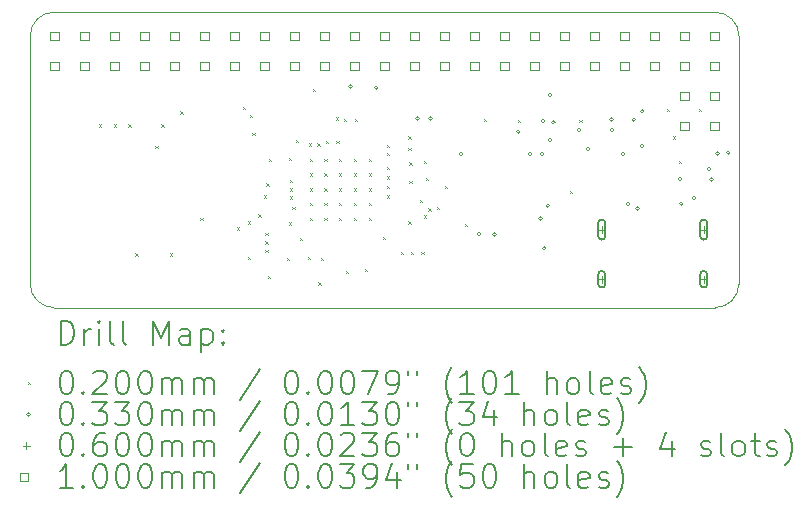
<source format=gbr>
%TF.GenerationSoftware,KiCad,Pcbnew,7.0.6-7.0.6~ubuntu22.04.1*%
%TF.CreationDate,2023-07-20T16:44:24-04:00*%
%TF.ProjectId,f1c_linux,6631635f-6c69-46e7-9578-2e6b69636164,1*%
%TF.SameCoordinates,Original*%
%TF.FileFunction,Drillmap*%
%TF.FilePolarity,Positive*%
%FSLAX45Y45*%
G04 Gerber Fmt 4.5, Leading zero omitted, Abs format (unit mm)*
G04 Created by KiCad (PCBNEW 7.0.6-7.0.6~ubuntu22.04.1) date 2023-07-20 16:44:24*
%MOMM*%
%LPD*%
G01*
G04 APERTURE LIST*
%ADD10C,0.038100*%
%ADD11C,0.200000*%
%ADD12C,0.020000*%
%ADD13C,0.033020*%
%ADD14C,0.060000*%
%ADD15C,0.100000*%
G04 APERTURE END LIST*
D10*
X11850000Y-4300000D02*
X11850000Y-4300000D01*
G75*
G02*
X12050000Y-4500000I0J-200000D01*
G01*
X12050000Y-6600000D01*
G75*
G02*
X11850000Y-6800000I-200000J0D01*
G01*
X6250000Y-6800000D01*
G75*
G02*
X6050000Y-6600000I0J200000D01*
G01*
X6050000Y-4500000D01*
G75*
G02*
X6250000Y-4300000I200000J0D01*
G01*
X11850000Y-4300000D01*
D11*
D12*
X6630000Y-5250000D02*
X6650000Y-5270000D01*
X6650000Y-5250000D02*
X6630000Y-5270000D01*
X6760000Y-5250000D02*
X6780000Y-5270000D01*
X6780000Y-5250000D02*
X6760000Y-5270000D01*
X6880000Y-5250000D02*
X6900000Y-5270000D01*
X6900000Y-5250000D02*
X6880000Y-5270000D01*
X6940000Y-6340000D02*
X6960000Y-6360000D01*
X6960000Y-6340000D02*
X6940000Y-6360000D01*
X7110000Y-5430000D02*
X7130000Y-5450000D01*
X7130000Y-5430000D02*
X7110000Y-5450000D01*
X7160000Y-5250000D02*
X7180000Y-5270000D01*
X7180000Y-5250000D02*
X7160000Y-5270000D01*
X7230000Y-6340000D02*
X7250000Y-6360000D01*
X7250000Y-6340000D02*
X7230000Y-6360000D01*
X7320000Y-5140000D02*
X7340000Y-5160000D01*
X7340000Y-5140000D02*
X7320000Y-5160000D01*
X7490000Y-6040000D02*
X7510000Y-6060000D01*
X7510000Y-6040000D02*
X7490000Y-6060000D01*
X7800000Y-6120000D02*
X7820000Y-6140000D01*
X7820000Y-6120000D02*
X7800000Y-6140000D01*
X7850000Y-5100000D02*
X7870000Y-5120000D01*
X7870000Y-5100000D02*
X7850000Y-5120000D01*
X7890000Y-6070000D02*
X7910000Y-6090000D01*
X7910000Y-6070000D02*
X7890000Y-6090000D01*
X7890000Y-6370000D02*
X7910000Y-6390000D01*
X7910000Y-6370000D02*
X7890000Y-6390000D01*
X7910000Y-5170000D02*
X7930000Y-5190000D01*
X7930000Y-5170000D02*
X7910000Y-5190000D01*
X7930000Y-5320000D02*
X7950000Y-5340000D01*
X7950000Y-5320000D02*
X7930000Y-5340000D01*
X7980000Y-6010000D02*
X8000000Y-6030000D01*
X8000000Y-6010000D02*
X7980000Y-6030000D01*
X8030000Y-5850000D02*
X8050000Y-5870000D01*
X8050000Y-5850000D02*
X8030000Y-5870000D01*
X8040000Y-6170000D02*
X8060000Y-6190000D01*
X8060000Y-6170000D02*
X8040000Y-6190000D01*
X8040000Y-6240000D02*
X8060000Y-6260000D01*
X8060000Y-6240000D02*
X8040000Y-6260000D01*
X8040000Y-6310000D02*
X8060000Y-6330000D01*
X8060000Y-6310000D02*
X8040000Y-6330000D01*
X8050000Y-5750000D02*
X8070000Y-5770000D01*
X8070000Y-5750000D02*
X8050000Y-5770000D01*
X8060000Y-6530000D02*
X8080000Y-6550000D01*
X8080000Y-6530000D02*
X8060000Y-6550000D01*
X8070000Y-5540000D02*
X8090000Y-5560000D01*
X8090000Y-5540000D02*
X8070000Y-5560000D01*
X8220000Y-6380000D02*
X8240000Y-6400000D01*
X8240000Y-6380000D02*
X8220000Y-6400000D01*
X8240000Y-5530000D02*
X8260000Y-5550000D01*
X8260000Y-5530000D02*
X8240000Y-5550000D01*
X8240000Y-6080000D02*
X8260000Y-6100000D01*
X8260000Y-6080000D02*
X8240000Y-6100000D01*
X8250000Y-5720000D02*
X8270000Y-5740000D01*
X8270000Y-5720000D02*
X8250000Y-5740000D01*
X8250000Y-5790000D02*
X8270000Y-5810000D01*
X8270000Y-5790000D02*
X8250000Y-5810000D01*
X8250000Y-5860000D02*
X8270000Y-5880000D01*
X8270000Y-5860000D02*
X8250000Y-5880000D01*
X8270000Y-5950000D02*
X8290000Y-5970000D01*
X8290000Y-5950000D02*
X8270000Y-5970000D01*
X8300000Y-5380000D02*
X8320000Y-5400000D01*
X8320000Y-5380000D02*
X8300000Y-5400000D01*
X8335000Y-6210000D02*
X8355000Y-6230000D01*
X8355000Y-6210000D02*
X8335000Y-6230000D01*
X8400000Y-6370000D02*
X8420000Y-6390000D01*
X8420000Y-6370000D02*
X8400000Y-6390000D01*
X8410000Y-5410000D02*
X8430000Y-5430000D01*
X8430000Y-5410000D02*
X8410000Y-5430000D01*
X8415000Y-5540000D02*
X8435000Y-5560000D01*
X8435000Y-5540000D02*
X8415000Y-5560000D01*
X8415000Y-5665000D02*
X8435000Y-5685000D01*
X8435000Y-5665000D02*
X8415000Y-5685000D01*
X8415000Y-5790000D02*
X8435000Y-5810000D01*
X8435000Y-5790000D02*
X8415000Y-5810000D01*
X8415000Y-5915000D02*
X8435000Y-5935000D01*
X8435000Y-5915000D02*
X8415000Y-5935000D01*
X8415000Y-6040000D02*
X8435000Y-6060000D01*
X8435000Y-6040000D02*
X8415000Y-6060000D01*
X8440000Y-4950000D02*
X8460000Y-4970000D01*
X8460000Y-4950000D02*
X8440000Y-4970000D01*
X8480000Y-5410000D02*
X8500000Y-5430000D01*
X8500000Y-5410000D02*
X8480000Y-5430000D01*
X8490000Y-6586000D02*
X8510000Y-6606000D01*
X8510000Y-6586000D02*
X8490000Y-6606000D01*
X8510000Y-6380000D02*
X8530000Y-6400000D01*
X8530000Y-6380000D02*
X8510000Y-6400000D01*
X8540000Y-5540000D02*
X8560000Y-5560000D01*
X8560000Y-5540000D02*
X8540000Y-5560000D01*
X8540000Y-5665000D02*
X8560000Y-5685000D01*
X8560000Y-5665000D02*
X8540000Y-5685000D01*
X8540000Y-5790000D02*
X8560000Y-5810000D01*
X8560000Y-5790000D02*
X8540000Y-5810000D01*
X8540000Y-5915000D02*
X8560000Y-5935000D01*
X8560000Y-5915000D02*
X8540000Y-5935000D01*
X8540000Y-6040000D02*
X8560000Y-6060000D01*
X8560000Y-6040000D02*
X8540000Y-6060000D01*
X8550000Y-5390000D02*
X8570000Y-5410000D01*
X8570000Y-5390000D02*
X8550000Y-5410000D01*
X8635000Y-5190000D02*
X8655000Y-5210000D01*
X8655000Y-5190000D02*
X8635000Y-5210000D01*
X8640000Y-5390000D02*
X8660000Y-5410000D01*
X8660000Y-5390000D02*
X8640000Y-5410000D01*
X8665000Y-5540000D02*
X8685000Y-5560000D01*
X8685000Y-5540000D02*
X8665000Y-5560000D01*
X8665000Y-5665000D02*
X8685000Y-5685000D01*
X8685000Y-5665000D02*
X8665000Y-5685000D01*
X8665000Y-5790000D02*
X8685000Y-5810000D01*
X8685000Y-5790000D02*
X8665000Y-5810000D01*
X8665000Y-5915000D02*
X8685000Y-5935000D01*
X8685000Y-5915000D02*
X8665000Y-5935000D01*
X8665000Y-6040000D02*
X8685000Y-6060000D01*
X8685000Y-6040000D02*
X8665000Y-6060000D01*
X8705000Y-5200000D02*
X8725000Y-5220000D01*
X8725000Y-5200000D02*
X8705000Y-5220000D01*
X8720000Y-6490780D02*
X8740000Y-6510780D01*
X8740000Y-6490780D02*
X8720000Y-6510780D01*
X8790000Y-5540000D02*
X8810000Y-5560000D01*
X8810000Y-5540000D02*
X8790000Y-5560000D01*
X8790000Y-5665000D02*
X8810000Y-5685000D01*
X8810000Y-5665000D02*
X8790000Y-5685000D01*
X8790000Y-5790000D02*
X8810000Y-5810000D01*
X8810000Y-5790000D02*
X8790000Y-5810000D01*
X8790000Y-5915000D02*
X8810000Y-5935000D01*
X8810000Y-5915000D02*
X8790000Y-5935000D01*
X8790000Y-6040000D02*
X8810000Y-6060000D01*
X8810000Y-6040000D02*
X8790000Y-6060000D01*
X8800000Y-5200000D02*
X8820000Y-5220000D01*
X8820000Y-5200000D02*
X8800000Y-5220000D01*
X8880000Y-6470000D02*
X8900000Y-6490000D01*
X8900000Y-6470000D02*
X8880000Y-6490000D01*
X8915000Y-5540000D02*
X8935000Y-5560000D01*
X8935000Y-5540000D02*
X8915000Y-5560000D01*
X8915000Y-5665000D02*
X8935000Y-5685000D01*
X8935000Y-5665000D02*
X8915000Y-5685000D01*
X8915000Y-5790000D02*
X8935000Y-5810000D01*
X8935000Y-5790000D02*
X8915000Y-5810000D01*
X8915000Y-5915000D02*
X8935000Y-5935000D01*
X8935000Y-5915000D02*
X8915000Y-5935000D01*
X8915000Y-6040000D02*
X8935000Y-6060000D01*
X8935000Y-6040000D02*
X8915000Y-6060000D01*
X9033750Y-6200000D02*
X9053750Y-6220000D01*
X9053750Y-6200000D02*
X9033750Y-6220000D01*
X9070000Y-5420000D02*
X9090000Y-5440000D01*
X9090000Y-5420000D02*
X9070000Y-5440000D01*
X9070000Y-5490000D02*
X9090000Y-5510000D01*
X9090000Y-5490000D02*
X9070000Y-5510000D01*
X9070000Y-5610000D02*
X9090000Y-5630000D01*
X9090000Y-5610000D02*
X9070000Y-5630000D01*
X9070000Y-5690000D02*
X9090000Y-5710000D01*
X9090000Y-5690000D02*
X9070000Y-5710000D01*
X9070000Y-5770000D02*
X9090000Y-5790000D01*
X9090000Y-5770000D02*
X9070000Y-5790000D01*
X9070000Y-5850000D02*
X9090000Y-5870000D01*
X9090000Y-5850000D02*
X9070000Y-5870000D01*
X9190000Y-6330000D02*
X9210000Y-6350000D01*
X9210000Y-6330000D02*
X9190000Y-6350000D01*
X9250000Y-5350000D02*
X9270000Y-5370000D01*
X9270000Y-5350000D02*
X9250000Y-5370000D01*
X9250000Y-5450000D02*
X9270000Y-5470000D01*
X9270000Y-5450000D02*
X9250000Y-5470000D01*
X9250000Y-6070000D02*
X9270000Y-6090000D01*
X9270000Y-6070000D02*
X9250000Y-6090000D01*
X9260000Y-5570000D02*
X9280000Y-5590000D01*
X9280000Y-5570000D02*
X9260000Y-5590000D01*
X9260000Y-5730000D02*
X9280000Y-5750000D01*
X9280000Y-5730000D02*
X9260000Y-5750000D01*
X9270000Y-6330000D02*
X9290000Y-6350000D01*
X9290000Y-6330000D02*
X9270000Y-6350000D01*
X9350000Y-5890000D02*
X9370000Y-5910000D01*
X9370000Y-5890000D02*
X9350000Y-5910000D01*
X9360000Y-6330000D02*
X9380000Y-6350000D01*
X9380000Y-6330000D02*
X9360000Y-6350000D01*
X9380000Y-5560000D02*
X9400000Y-5580000D01*
X9400000Y-5560000D02*
X9380000Y-5580000D01*
X9380000Y-6020000D02*
X9400000Y-6040000D01*
X9400000Y-6020000D02*
X9380000Y-6040000D01*
X9400000Y-5700000D02*
X9420000Y-5720000D01*
X9420000Y-5700000D02*
X9400000Y-5720000D01*
X9420000Y-5960000D02*
X9440000Y-5980000D01*
X9440000Y-5960000D02*
X9420000Y-5980000D01*
X9490000Y-5950000D02*
X9510000Y-5970000D01*
X9510000Y-5950000D02*
X9490000Y-5970000D01*
X9560000Y-5770000D02*
X9580000Y-5790000D01*
X9580000Y-5770000D02*
X9560000Y-5790000D01*
X9730000Y-6090000D02*
X9750000Y-6110000D01*
X9750000Y-6090000D02*
X9730000Y-6110000D01*
X9890000Y-5205000D02*
X9910000Y-5225000D01*
X9910000Y-5205000D02*
X9890000Y-5225000D01*
X10180000Y-5211250D02*
X10200000Y-5231250D01*
X10200000Y-5211250D02*
X10180000Y-5231250D01*
X10620000Y-5810000D02*
X10640000Y-5830000D01*
X10640000Y-5810000D02*
X10620000Y-5830000D01*
X10700000Y-5210000D02*
X10720000Y-5230000D01*
X10720000Y-5210000D02*
X10700000Y-5230000D01*
X11440000Y-5120000D02*
X11460000Y-5140000D01*
X11460000Y-5120000D02*
X11440000Y-5140000D01*
X11490000Y-5350000D02*
X11510000Y-5370000D01*
X11510000Y-5350000D02*
X11490000Y-5370000D01*
X11540000Y-5560000D02*
X11560000Y-5580000D01*
X11560000Y-5560000D02*
X11540000Y-5580000D01*
X11710000Y-5120500D02*
X11730000Y-5140500D01*
X11730000Y-5120500D02*
X11710000Y-5140500D01*
D13*
X8776510Y-4930000D02*
G75*
G03*
X8776510Y-4930000I-16510J0D01*
G01*
X8996510Y-4940000D02*
G75*
G03*
X8996510Y-4940000I-16510J0D01*
G01*
X9346510Y-5200000D02*
G75*
G03*
X9346510Y-5200000I-16510J0D01*
G01*
X9456510Y-5200000D02*
G75*
G03*
X9456510Y-5200000I-16510J0D01*
G01*
X9716510Y-5500000D02*
G75*
G03*
X9716510Y-5500000I-16510J0D01*
G01*
X9866510Y-6180000D02*
G75*
G03*
X9866510Y-6180000I-16510J0D01*
G01*
X9996510Y-6180000D02*
G75*
G03*
X9996510Y-6180000I-16510J0D01*
G01*
X10196510Y-5310000D02*
G75*
G03*
X10196510Y-5310000I-16510J0D01*
G01*
X10296510Y-5499410D02*
G75*
G03*
X10296510Y-5499410I-16510J0D01*
G01*
X10386510Y-6050000D02*
G75*
G03*
X10386510Y-6050000I-16510J0D01*
G01*
X10396510Y-5499410D02*
G75*
G03*
X10396510Y-5499410I-16510J0D01*
G01*
X10407760Y-5223790D02*
G75*
G03*
X10407760Y-5223790I-16510J0D01*
G01*
X10416510Y-6300000D02*
G75*
G03*
X10416510Y-6300000I-16510J0D01*
G01*
X10446510Y-5940000D02*
G75*
G03*
X10446510Y-5940000I-16510J0D01*
G01*
X10466510Y-5000000D02*
G75*
G03*
X10466510Y-5000000I-16510J0D01*
G01*
X10466510Y-5380000D02*
G75*
G03*
X10466510Y-5380000I-16510J0D01*
G01*
X10496510Y-5230000D02*
G75*
G03*
X10496510Y-5230000I-16510J0D01*
G01*
X10711510Y-5295000D02*
G75*
G03*
X10711510Y-5295000I-16510J0D01*
G01*
X10786510Y-5457500D02*
G75*
G03*
X10786510Y-5457500I-16510J0D01*
G01*
X10986510Y-5210000D02*
G75*
G03*
X10986510Y-5210000I-16510J0D01*
G01*
X10991510Y-5300000D02*
G75*
G03*
X10991510Y-5300000I-16510J0D01*
G01*
X11083556Y-5500050D02*
G75*
G03*
X11083556Y-5500050I-16510J0D01*
G01*
X11126510Y-5924430D02*
G75*
G03*
X11126510Y-5924430I-16510J0D01*
G01*
X11176510Y-5210000D02*
G75*
G03*
X11176510Y-5210000I-16510J0D01*
G01*
X11206510Y-5960000D02*
G75*
G03*
X11206510Y-5960000I-16510J0D01*
G01*
X11246510Y-5430000D02*
G75*
G03*
X11246510Y-5430000I-16510J0D01*
G01*
X11246560Y-5139950D02*
G75*
G03*
X11246560Y-5139950I-16510J0D01*
G01*
X11569371Y-5712985D02*
G75*
G03*
X11569371Y-5712985I-16510J0D01*
G01*
X11576510Y-5920000D02*
G75*
G03*
X11576510Y-5920000I-16510J0D01*
G01*
X11686510Y-5870000D02*
G75*
G03*
X11686510Y-5870000I-16510J0D01*
G01*
X11814010Y-5627500D02*
G75*
G03*
X11814010Y-5627500I-16510J0D01*
G01*
X11834010Y-5717500D02*
G75*
G03*
X11834010Y-5717500I-16510J0D01*
G01*
X11886510Y-5495000D02*
G75*
G03*
X11886510Y-5495000I-16510J0D01*
G01*
X11976510Y-5490000D02*
G75*
G03*
X11976510Y-5490000I-16510J0D01*
G01*
D14*
X10888000Y-6111000D02*
X10888000Y-6171000D01*
X10858000Y-6141000D02*
X10918000Y-6141000D01*
D11*
X10858000Y-6086000D02*
X10858000Y-6196000D01*
X10858000Y-6196000D02*
G75*
G03*
X10918000Y-6196000I30000J0D01*
G01*
X10918000Y-6196000D02*
X10918000Y-6086000D01*
X10918000Y-6086000D02*
G75*
G03*
X10858000Y-6086000I-30000J0D01*
G01*
D14*
X10888000Y-6531000D02*
X10888000Y-6591000D01*
X10858000Y-6561000D02*
X10918000Y-6561000D01*
D11*
X10858000Y-6521000D02*
X10858000Y-6601000D01*
X10858000Y-6601000D02*
G75*
G03*
X10918000Y-6601000I30000J0D01*
G01*
X10918000Y-6601000D02*
X10918000Y-6521000D01*
X10918000Y-6521000D02*
G75*
G03*
X10858000Y-6521000I-30000J0D01*
G01*
D14*
X11752000Y-6111000D02*
X11752000Y-6171000D01*
X11722000Y-6141000D02*
X11782000Y-6141000D01*
D11*
X11722000Y-6086000D02*
X11722000Y-6196000D01*
X11722000Y-6196000D02*
G75*
G03*
X11782000Y-6196000I30000J0D01*
G01*
X11782000Y-6196000D02*
X11782000Y-6086000D01*
X11782000Y-6086000D02*
G75*
G03*
X11722000Y-6086000I-30000J0D01*
G01*
D14*
X11752000Y-6531000D02*
X11752000Y-6591000D01*
X11722000Y-6561000D02*
X11782000Y-6561000D01*
D11*
X11722000Y-6521000D02*
X11722000Y-6601000D01*
X11722000Y-6601000D02*
G75*
G03*
X11782000Y-6601000I30000J0D01*
G01*
X11782000Y-6601000D02*
X11782000Y-6521000D01*
X11782000Y-6521000D02*
G75*
G03*
X11722000Y-6521000I-30000J0D01*
G01*
D15*
X6289856Y-4535356D02*
X6289856Y-4464644D01*
X6219144Y-4464644D01*
X6219144Y-4535356D01*
X6289856Y-4535356D01*
X6289856Y-4789356D02*
X6289856Y-4718644D01*
X6219144Y-4718644D01*
X6219144Y-4789356D01*
X6289856Y-4789356D01*
X6543856Y-4535356D02*
X6543856Y-4464644D01*
X6473144Y-4464644D01*
X6473144Y-4535356D01*
X6543856Y-4535356D01*
X6543856Y-4789356D02*
X6543856Y-4718644D01*
X6473144Y-4718644D01*
X6473144Y-4789356D01*
X6543856Y-4789356D01*
X6797856Y-4535356D02*
X6797856Y-4464644D01*
X6727144Y-4464644D01*
X6727144Y-4535356D01*
X6797856Y-4535356D01*
X6797856Y-4789356D02*
X6797856Y-4718644D01*
X6727144Y-4718644D01*
X6727144Y-4789356D01*
X6797856Y-4789356D01*
X7051856Y-4535356D02*
X7051856Y-4464644D01*
X6981144Y-4464644D01*
X6981144Y-4535356D01*
X7051856Y-4535356D01*
X7051856Y-4789356D02*
X7051856Y-4718644D01*
X6981144Y-4718644D01*
X6981144Y-4789356D01*
X7051856Y-4789356D01*
X7305856Y-4535356D02*
X7305856Y-4464644D01*
X7235144Y-4464644D01*
X7235144Y-4535356D01*
X7305856Y-4535356D01*
X7305856Y-4789356D02*
X7305856Y-4718644D01*
X7235144Y-4718644D01*
X7235144Y-4789356D01*
X7305856Y-4789356D01*
X7559856Y-4535356D02*
X7559856Y-4464644D01*
X7489144Y-4464644D01*
X7489144Y-4535356D01*
X7559856Y-4535356D01*
X7559856Y-4789356D02*
X7559856Y-4718644D01*
X7489144Y-4718644D01*
X7489144Y-4789356D01*
X7559856Y-4789356D01*
X7813856Y-4535356D02*
X7813856Y-4464644D01*
X7743144Y-4464644D01*
X7743144Y-4535356D01*
X7813856Y-4535356D01*
X7813856Y-4789356D02*
X7813856Y-4718644D01*
X7743144Y-4718644D01*
X7743144Y-4789356D01*
X7813856Y-4789356D01*
X8067856Y-4535356D02*
X8067856Y-4464644D01*
X7997144Y-4464644D01*
X7997144Y-4535356D01*
X8067856Y-4535356D01*
X8067856Y-4789356D02*
X8067856Y-4718644D01*
X7997144Y-4718644D01*
X7997144Y-4789356D01*
X8067856Y-4789356D01*
X8321856Y-4535356D02*
X8321856Y-4464644D01*
X8251144Y-4464644D01*
X8251144Y-4535356D01*
X8321856Y-4535356D01*
X8321856Y-4789356D02*
X8321856Y-4718644D01*
X8251144Y-4718644D01*
X8251144Y-4789356D01*
X8321856Y-4789356D01*
X8575856Y-4535356D02*
X8575856Y-4464644D01*
X8505144Y-4464644D01*
X8505144Y-4535356D01*
X8575856Y-4535356D01*
X8575856Y-4789356D02*
X8575856Y-4718644D01*
X8505144Y-4718644D01*
X8505144Y-4789356D01*
X8575856Y-4789356D01*
X8829856Y-4535356D02*
X8829856Y-4464644D01*
X8759144Y-4464644D01*
X8759144Y-4535356D01*
X8829856Y-4535356D01*
X8829856Y-4789356D02*
X8829856Y-4718644D01*
X8759144Y-4718644D01*
X8759144Y-4789356D01*
X8829856Y-4789356D01*
X9083856Y-4535356D02*
X9083856Y-4464644D01*
X9013144Y-4464644D01*
X9013144Y-4535356D01*
X9083856Y-4535356D01*
X9083856Y-4789356D02*
X9083856Y-4718644D01*
X9013144Y-4718644D01*
X9013144Y-4789356D01*
X9083856Y-4789356D01*
X9337856Y-4535356D02*
X9337856Y-4464644D01*
X9267144Y-4464644D01*
X9267144Y-4535356D01*
X9337856Y-4535356D01*
X9337856Y-4789356D02*
X9337856Y-4718644D01*
X9267144Y-4718644D01*
X9267144Y-4789356D01*
X9337856Y-4789356D01*
X9591856Y-4535356D02*
X9591856Y-4464644D01*
X9521144Y-4464644D01*
X9521144Y-4535356D01*
X9591856Y-4535356D01*
X9591856Y-4789356D02*
X9591856Y-4718644D01*
X9521144Y-4718644D01*
X9521144Y-4789356D01*
X9591856Y-4789356D01*
X9845856Y-4535356D02*
X9845856Y-4464644D01*
X9775144Y-4464644D01*
X9775144Y-4535356D01*
X9845856Y-4535356D01*
X9845856Y-4789356D02*
X9845856Y-4718644D01*
X9775144Y-4718644D01*
X9775144Y-4789356D01*
X9845856Y-4789356D01*
X10099856Y-4535356D02*
X10099856Y-4464644D01*
X10029144Y-4464644D01*
X10029144Y-4535356D01*
X10099856Y-4535356D01*
X10099856Y-4789356D02*
X10099856Y-4718644D01*
X10029144Y-4718644D01*
X10029144Y-4789356D01*
X10099856Y-4789356D01*
X10353856Y-4535356D02*
X10353856Y-4464644D01*
X10283144Y-4464644D01*
X10283144Y-4535356D01*
X10353856Y-4535356D01*
X10353856Y-4789356D02*
X10353856Y-4718644D01*
X10283144Y-4718644D01*
X10283144Y-4789356D01*
X10353856Y-4789356D01*
X10607856Y-4535356D02*
X10607856Y-4464644D01*
X10537144Y-4464644D01*
X10537144Y-4535356D01*
X10607856Y-4535356D01*
X10607856Y-4789356D02*
X10607856Y-4718644D01*
X10537144Y-4718644D01*
X10537144Y-4789356D01*
X10607856Y-4789356D01*
X10861856Y-4535356D02*
X10861856Y-4464644D01*
X10791144Y-4464644D01*
X10791144Y-4535356D01*
X10861856Y-4535356D01*
X10861856Y-4789356D02*
X10861856Y-4718644D01*
X10791144Y-4718644D01*
X10791144Y-4789356D01*
X10861856Y-4789356D01*
X11115856Y-4535356D02*
X11115856Y-4464644D01*
X11045144Y-4464644D01*
X11045144Y-4535356D01*
X11115856Y-4535356D01*
X11115856Y-4789356D02*
X11115856Y-4718644D01*
X11045144Y-4718644D01*
X11045144Y-4789356D01*
X11115856Y-4789356D01*
X11369856Y-4535356D02*
X11369856Y-4464644D01*
X11299144Y-4464644D01*
X11299144Y-4535356D01*
X11369856Y-4535356D01*
X11369856Y-4789356D02*
X11369856Y-4718644D01*
X11299144Y-4718644D01*
X11299144Y-4789356D01*
X11369856Y-4789356D01*
X11623856Y-4535356D02*
X11623856Y-4464644D01*
X11553144Y-4464644D01*
X11553144Y-4535356D01*
X11623856Y-4535356D01*
X11623856Y-4789356D02*
X11623856Y-4718644D01*
X11553144Y-4718644D01*
X11553144Y-4789356D01*
X11623856Y-4789356D01*
X11623856Y-5043356D02*
X11623856Y-4972644D01*
X11553144Y-4972644D01*
X11553144Y-5043356D01*
X11623856Y-5043356D01*
X11623856Y-5297356D02*
X11623856Y-5226644D01*
X11553144Y-5226644D01*
X11553144Y-5297356D01*
X11623856Y-5297356D01*
X11877856Y-4535356D02*
X11877856Y-4464644D01*
X11807144Y-4464644D01*
X11807144Y-4535356D01*
X11877856Y-4535356D01*
X11877856Y-4789356D02*
X11877856Y-4718644D01*
X11807144Y-4718644D01*
X11807144Y-4789356D01*
X11877856Y-4789356D01*
X11877856Y-5043356D02*
X11877856Y-4972644D01*
X11807144Y-4972644D01*
X11807144Y-5043356D01*
X11877856Y-5043356D01*
X11877856Y-5297356D02*
X11877856Y-5226644D01*
X11807144Y-5226644D01*
X11807144Y-5297356D01*
X11877856Y-5297356D01*
D11*
X6308872Y-7113389D02*
X6308872Y-6913389D01*
X6308872Y-6913389D02*
X6356491Y-6913389D01*
X6356491Y-6913389D02*
X6385062Y-6922913D01*
X6385062Y-6922913D02*
X6404110Y-6941960D01*
X6404110Y-6941960D02*
X6413634Y-6961008D01*
X6413634Y-6961008D02*
X6423157Y-6999103D01*
X6423157Y-6999103D02*
X6423157Y-7027674D01*
X6423157Y-7027674D02*
X6413634Y-7065770D01*
X6413634Y-7065770D02*
X6404110Y-7084817D01*
X6404110Y-7084817D02*
X6385062Y-7103865D01*
X6385062Y-7103865D02*
X6356491Y-7113389D01*
X6356491Y-7113389D02*
X6308872Y-7113389D01*
X6508872Y-7113389D02*
X6508872Y-6980055D01*
X6508872Y-7018151D02*
X6518396Y-6999103D01*
X6518396Y-6999103D02*
X6527919Y-6989579D01*
X6527919Y-6989579D02*
X6546967Y-6980055D01*
X6546967Y-6980055D02*
X6566015Y-6980055D01*
X6632681Y-7113389D02*
X6632681Y-6980055D01*
X6632681Y-6913389D02*
X6623157Y-6922913D01*
X6623157Y-6922913D02*
X6632681Y-6932436D01*
X6632681Y-6932436D02*
X6642205Y-6922913D01*
X6642205Y-6922913D02*
X6632681Y-6913389D01*
X6632681Y-6913389D02*
X6632681Y-6932436D01*
X6756491Y-7113389D02*
X6737443Y-7103865D01*
X6737443Y-7103865D02*
X6727919Y-7084817D01*
X6727919Y-7084817D02*
X6727919Y-6913389D01*
X6861253Y-7113389D02*
X6842205Y-7103865D01*
X6842205Y-7103865D02*
X6832681Y-7084817D01*
X6832681Y-7084817D02*
X6832681Y-6913389D01*
X7089824Y-7113389D02*
X7089824Y-6913389D01*
X7089824Y-6913389D02*
X7156491Y-7056246D01*
X7156491Y-7056246D02*
X7223157Y-6913389D01*
X7223157Y-6913389D02*
X7223157Y-7113389D01*
X7404110Y-7113389D02*
X7404110Y-7008627D01*
X7404110Y-7008627D02*
X7394586Y-6989579D01*
X7394586Y-6989579D02*
X7375538Y-6980055D01*
X7375538Y-6980055D02*
X7337443Y-6980055D01*
X7337443Y-6980055D02*
X7318396Y-6989579D01*
X7404110Y-7103865D02*
X7385062Y-7113389D01*
X7385062Y-7113389D02*
X7337443Y-7113389D01*
X7337443Y-7113389D02*
X7318396Y-7103865D01*
X7318396Y-7103865D02*
X7308872Y-7084817D01*
X7308872Y-7084817D02*
X7308872Y-7065770D01*
X7308872Y-7065770D02*
X7318396Y-7046722D01*
X7318396Y-7046722D02*
X7337443Y-7037198D01*
X7337443Y-7037198D02*
X7385062Y-7037198D01*
X7385062Y-7037198D02*
X7404110Y-7027674D01*
X7499348Y-6980055D02*
X7499348Y-7180055D01*
X7499348Y-6989579D02*
X7518396Y-6980055D01*
X7518396Y-6980055D02*
X7556491Y-6980055D01*
X7556491Y-6980055D02*
X7575538Y-6989579D01*
X7575538Y-6989579D02*
X7585062Y-6999103D01*
X7585062Y-6999103D02*
X7594586Y-7018151D01*
X7594586Y-7018151D02*
X7594586Y-7075293D01*
X7594586Y-7075293D02*
X7585062Y-7094341D01*
X7585062Y-7094341D02*
X7575538Y-7103865D01*
X7575538Y-7103865D02*
X7556491Y-7113389D01*
X7556491Y-7113389D02*
X7518396Y-7113389D01*
X7518396Y-7113389D02*
X7499348Y-7103865D01*
X7680300Y-7094341D02*
X7689824Y-7103865D01*
X7689824Y-7103865D02*
X7680300Y-7113389D01*
X7680300Y-7113389D02*
X7670777Y-7103865D01*
X7670777Y-7103865D02*
X7680300Y-7094341D01*
X7680300Y-7094341D02*
X7680300Y-7113389D01*
X7680300Y-6989579D02*
X7689824Y-6999103D01*
X7689824Y-6999103D02*
X7680300Y-7008627D01*
X7680300Y-7008627D02*
X7670777Y-6999103D01*
X7670777Y-6999103D02*
X7680300Y-6989579D01*
X7680300Y-6989579D02*
X7680300Y-7008627D01*
D12*
X6028095Y-7431905D02*
X6048095Y-7451905D01*
X6048095Y-7431905D02*
X6028095Y-7451905D01*
D11*
X6346967Y-7333389D02*
X6366015Y-7333389D01*
X6366015Y-7333389D02*
X6385062Y-7342913D01*
X6385062Y-7342913D02*
X6394586Y-7352436D01*
X6394586Y-7352436D02*
X6404110Y-7371484D01*
X6404110Y-7371484D02*
X6413634Y-7409579D01*
X6413634Y-7409579D02*
X6413634Y-7457198D01*
X6413634Y-7457198D02*
X6404110Y-7495293D01*
X6404110Y-7495293D02*
X6394586Y-7514341D01*
X6394586Y-7514341D02*
X6385062Y-7523865D01*
X6385062Y-7523865D02*
X6366015Y-7533389D01*
X6366015Y-7533389D02*
X6346967Y-7533389D01*
X6346967Y-7533389D02*
X6327919Y-7523865D01*
X6327919Y-7523865D02*
X6318396Y-7514341D01*
X6318396Y-7514341D02*
X6308872Y-7495293D01*
X6308872Y-7495293D02*
X6299348Y-7457198D01*
X6299348Y-7457198D02*
X6299348Y-7409579D01*
X6299348Y-7409579D02*
X6308872Y-7371484D01*
X6308872Y-7371484D02*
X6318396Y-7352436D01*
X6318396Y-7352436D02*
X6327919Y-7342913D01*
X6327919Y-7342913D02*
X6346967Y-7333389D01*
X6499348Y-7514341D02*
X6508872Y-7523865D01*
X6508872Y-7523865D02*
X6499348Y-7533389D01*
X6499348Y-7533389D02*
X6489824Y-7523865D01*
X6489824Y-7523865D02*
X6499348Y-7514341D01*
X6499348Y-7514341D02*
X6499348Y-7533389D01*
X6585062Y-7352436D02*
X6594586Y-7342913D01*
X6594586Y-7342913D02*
X6613634Y-7333389D01*
X6613634Y-7333389D02*
X6661253Y-7333389D01*
X6661253Y-7333389D02*
X6680300Y-7342913D01*
X6680300Y-7342913D02*
X6689824Y-7352436D01*
X6689824Y-7352436D02*
X6699348Y-7371484D01*
X6699348Y-7371484D02*
X6699348Y-7390532D01*
X6699348Y-7390532D02*
X6689824Y-7419103D01*
X6689824Y-7419103D02*
X6575538Y-7533389D01*
X6575538Y-7533389D02*
X6699348Y-7533389D01*
X6823157Y-7333389D02*
X6842205Y-7333389D01*
X6842205Y-7333389D02*
X6861253Y-7342913D01*
X6861253Y-7342913D02*
X6870777Y-7352436D01*
X6870777Y-7352436D02*
X6880300Y-7371484D01*
X6880300Y-7371484D02*
X6889824Y-7409579D01*
X6889824Y-7409579D02*
X6889824Y-7457198D01*
X6889824Y-7457198D02*
X6880300Y-7495293D01*
X6880300Y-7495293D02*
X6870777Y-7514341D01*
X6870777Y-7514341D02*
X6861253Y-7523865D01*
X6861253Y-7523865D02*
X6842205Y-7533389D01*
X6842205Y-7533389D02*
X6823157Y-7533389D01*
X6823157Y-7533389D02*
X6804110Y-7523865D01*
X6804110Y-7523865D02*
X6794586Y-7514341D01*
X6794586Y-7514341D02*
X6785062Y-7495293D01*
X6785062Y-7495293D02*
X6775538Y-7457198D01*
X6775538Y-7457198D02*
X6775538Y-7409579D01*
X6775538Y-7409579D02*
X6785062Y-7371484D01*
X6785062Y-7371484D02*
X6794586Y-7352436D01*
X6794586Y-7352436D02*
X6804110Y-7342913D01*
X6804110Y-7342913D02*
X6823157Y-7333389D01*
X7013634Y-7333389D02*
X7032681Y-7333389D01*
X7032681Y-7333389D02*
X7051729Y-7342913D01*
X7051729Y-7342913D02*
X7061253Y-7352436D01*
X7061253Y-7352436D02*
X7070777Y-7371484D01*
X7070777Y-7371484D02*
X7080300Y-7409579D01*
X7080300Y-7409579D02*
X7080300Y-7457198D01*
X7080300Y-7457198D02*
X7070777Y-7495293D01*
X7070777Y-7495293D02*
X7061253Y-7514341D01*
X7061253Y-7514341D02*
X7051729Y-7523865D01*
X7051729Y-7523865D02*
X7032681Y-7533389D01*
X7032681Y-7533389D02*
X7013634Y-7533389D01*
X7013634Y-7533389D02*
X6994586Y-7523865D01*
X6994586Y-7523865D02*
X6985062Y-7514341D01*
X6985062Y-7514341D02*
X6975538Y-7495293D01*
X6975538Y-7495293D02*
X6966015Y-7457198D01*
X6966015Y-7457198D02*
X6966015Y-7409579D01*
X6966015Y-7409579D02*
X6975538Y-7371484D01*
X6975538Y-7371484D02*
X6985062Y-7352436D01*
X6985062Y-7352436D02*
X6994586Y-7342913D01*
X6994586Y-7342913D02*
X7013634Y-7333389D01*
X7166015Y-7533389D02*
X7166015Y-7400055D01*
X7166015Y-7419103D02*
X7175538Y-7409579D01*
X7175538Y-7409579D02*
X7194586Y-7400055D01*
X7194586Y-7400055D02*
X7223158Y-7400055D01*
X7223158Y-7400055D02*
X7242205Y-7409579D01*
X7242205Y-7409579D02*
X7251729Y-7428627D01*
X7251729Y-7428627D02*
X7251729Y-7533389D01*
X7251729Y-7428627D02*
X7261253Y-7409579D01*
X7261253Y-7409579D02*
X7280300Y-7400055D01*
X7280300Y-7400055D02*
X7308872Y-7400055D01*
X7308872Y-7400055D02*
X7327919Y-7409579D01*
X7327919Y-7409579D02*
X7337443Y-7428627D01*
X7337443Y-7428627D02*
X7337443Y-7533389D01*
X7432681Y-7533389D02*
X7432681Y-7400055D01*
X7432681Y-7419103D02*
X7442205Y-7409579D01*
X7442205Y-7409579D02*
X7461253Y-7400055D01*
X7461253Y-7400055D02*
X7489824Y-7400055D01*
X7489824Y-7400055D02*
X7508872Y-7409579D01*
X7508872Y-7409579D02*
X7518396Y-7428627D01*
X7518396Y-7428627D02*
X7518396Y-7533389D01*
X7518396Y-7428627D02*
X7527919Y-7409579D01*
X7527919Y-7409579D02*
X7546967Y-7400055D01*
X7546967Y-7400055D02*
X7575538Y-7400055D01*
X7575538Y-7400055D02*
X7594586Y-7409579D01*
X7594586Y-7409579D02*
X7604110Y-7428627D01*
X7604110Y-7428627D02*
X7604110Y-7533389D01*
X7994586Y-7323865D02*
X7823158Y-7581008D01*
X8251729Y-7333389D02*
X8270777Y-7333389D01*
X8270777Y-7333389D02*
X8289824Y-7342913D01*
X8289824Y-7342913D02*
X8299348Y-7352436D01*
X8299348Y-7352436D02*
X8308872Y-7371484D01*
X8308872Y-7371484D02*
X8318396Y-7409579D01*
X8318396Y-7409579D02*
X8318396Y-7457198D01*
X8318396Y-7457198D02*
X8308872Y-7495293D01*
X8308872Y-7495293D02*
X8299348Y-7514341D01*
X8299348Y-7514341D02*
X8289824Y-7523865D01*
X8289824Y-7523865D02*
X8270777Y-7533389D01*
X8270777Y-7533389D02*
X8251729Y-7533389D01*
X8251729Y-7533389D02*
X8232681Y-7523865D01*
X8232681Y-7523865D02*
X8223158Y-7514341D01*
X8223158Y-7514341D02*
X8213634Y-7495293D01*
X8213634Y-7495293D02*
X8204110Y-7457198D01*
X8204110Y-7457198D02*
X8204110Y-7409579D01*
X8204110Y-7409579D02*
X8213634Y-7371484D01*
X8213634Y-7371484D02*
X8223158Y-7352436D01*
X8223158Y-7352436D02*
X8232681Y-7342913D01*
X8232681Y-7342913D02*
X8251729Y-7333389D01*
X8404110Y-7514341D02*
X8413634Y-7523865D01*
X8413634Y-7523865D02*
X8404110Y-7533389D01*
X8404110Y-7533389D02*
X8394586Y-7523865D01*
X8394586Y-7523865D02*
X8404110Y-7514341D01*
X8404110Y-7514341D02*
X8404110Y-7533389D01*
X8537443Y-7333389D02*
X8556491Y-7333389D01*
X8556491Y-7333389D02*
X8575539Y-7342913D01*
X8575539Y-7342913D02*
X8585063Y-7352436D01*
X8585063Y-7352436D02*
X8594586Y-7371484D01*
X8594586Y-7371484D02*
X8604110Y-7409579D01*
X8604110Y-7409579D02*
X8604110Y-7457198D01*
X8604110Y-7457198D02*
X8594586Y-7495293D01*
X8594586Y-7495293D02*
X8585063Y-7514341D01*
X8585063Y-7514341D02*
X8575539Y-7523865D01*
X8575539Y-7523865D02*
X8556491Y-7533389D01*
X8556491Y-7533389D02*
X8537443Y-7533389D01*
X8537443Y-7533389D02*
X8518396Y-7523865D01*
X8518396Y-7523865D02*
X8508872Y-7514341D01*
X8508872Y-7514341D02*
X8499348Y-7495293D01*
X8499348Y-7495293D02*
X8489824Y-7457198D01*
X8489824Y-7457198D02*
X8489824Y-7409579D01*
X8489824Y-7409579D02*
X8499348Y-7371484D01*
X8499348Y-7371484D02*
X8508872Y-7352436D01*
X8508872Y-7352436D02*
X8518396Y-7342913D01*
X8518396Y-7342913D02*
X8537443Y-7333389D01*
X8727920Y-7333389D02*
X8746967Y-7333389D01*
X8746967Y-7333389D02*
X8766015Y-7342913D01*
X8766015Y-7342913D02*
X8775539Y-7352436D01*
X8775539Y-7352436D02*
X8785063Y-7371484D01*
X8785063Y-7371484D02*
X8794586Y-7409579D01*
X8794586Y-7409579D02*
X8794586Y-7457198D01*
X8794586Y-7457198D02*
X8785063Y-7495293D01*
X8785063Y-7495293D02*
X8775539Y-7514341D01*
X8775539Y-7514341D02*
X8766015Y-7523865D01*
X8766015Y-7523865D02*
X8746967Y-7533389D01*
X8746967Y-7533389D02*
X8727920Y-7533389D01*
X8727920Y-7533389D02*
X8708872Y-7523865D01*
X8708872Y-7523865D02*
X8699348Y-7514341D01*
X8699348Y-7514341D02*
X8689824Y-7495293D01*
X8689824Y-7495293D02*
X8680301Y-7457198D01*
X8680301Y-7457198D02*
X8680301Y-7409579D01*
X8680301Y-7409579D02*
X8689824Y-7371484D01*
X8689824Y-7371484D02*
X8699348Y-7352436D01*
X8699348Y-7352436D02*
X8708872Y-7342913D01*
X8708872Y-7342913D02*
X8727920Y-7333389D01*
X8861253Y-7333389D02*
X8994586Y-7333389D01*
X8994586Y-7333389D02*
X8908872Y-7533389D01*
X9080301Y-7533389D02*
X9118396Y-7533389D01*
X9118396Y-7533389D02*
X9137444Y-7523865D01*
X9137444Y-7523865D02*
X9146967Y-7514341D01*
X9146967Y-7514341D02*
X9166015Y-7485770D01*
X9166015Y-7485770D02*
X9175539Y-7447674D01*
X9175539Y-7447674D02*
X9175539Y-7371484D01*
X9175539Y-7371484D02*
X9166015Y-7352436D01*
X9166015Y-7352436D02*
X9156491Y-7342913D01*
X9156491Y-7342913D02*
X9137444Y-7333389D01*
X9137444Y-7333389D02*
X9099348Y-7333389D01*
X9099348Y-7333389D02*
X9080301Y-7342913D01*
X9080301Y-7342913D02*
X9070777Y-7352436D01*
X9070777Y-7352436D02*
X9061253Y-7371484D01*
X9061253Y-7371484D02*
X9061253Y-7419103D01*
X9061253Y-7419103D02*
X9070777Y-7438151D01*
X9070777Y-7438151D02*
X9080301Y-7447674D01*
X9080301Y-7447674D02*
X9099348Y-7457198D01*
X9099348Y-7457198D02*
X9137444Y-7457198D01*
X9137444Y-7457198D02*
X9156491Y-7447674D01*
X9156491Y-7447674D02*
X9166015Y-7438151D01*
X9166015Y-7438151D02*
X9175539Y-7419103D01*
X9251729Y-7333389D02*
X9251729Y-7371484D01*
X9327920Y-7333389D02*
X9327920Y-7371484D01*
X9623158Y-7609579D02*
X9613634Y-7600055D01*
X9613634Y-7600055D02*
X9594586Y-7571484D01*
X9594586Y-7571484D02*
X9585063Y-7552436D01*
X9585063Y-7552436D02*
X9575539Y-7523865D01*
X9575539Y-7523865D02*
X9566015Y-7476246D01*
X9566015Y-7476246D02*
X9566015Y-7438151D01*
X9566015Y-7438151D02*
X9575539Y-7390532D01*
X9575539Y-7390532D02*
X9585063Y-7361960D01*
X9585063Y-7361960D02*
X9594586Y-7342913D01*
X9594586Y-7342913D02*
X9613634Y-7314341D01*
X9613634Y-7314341D02*
X9623158Y-7304817D01*
X9804110Y-7533389D02*
X9689825Y-7533389D01*
X9746967Y-7533389D02*
X9746967Y-7333389D01*
X9746967Y-7333389D02*
X9727920Y-7361960D01*
X9727920Y-7361960D02*
X9708872Y-7381008D01*
X9708872Y-7381008D02*
X9689825Y-7390532D01*
X9927920Y-7333389D02*
X9946967Y-7333389D01*
X9946967Y-7333389D02*
X9966015Y-7342913D01*
X9966015Y-7342913D02*
X9975539Y-7352436D01*
X9975539Y-7352436D02*
X9985063Y-7371484D01*
X9985063Y-7371484D02*
X9994586Y-7409579D01*
X9994586Y-7409579D02*
X9994586Y-7457198D01*
X9994586Y-7457198D02*
X9985063Y-7495293D01*
X9985063Y-7495293D02*
X9975539Y-7514341D01*
X9975539Y-7514341D02*
X9966015Y-7523865D01*
X9966015Y-7523865D02*
X9946967Y-7533389D01*
X9946967Y-7533389D02*
X9927920Y-7533389D01*
X9927920Y-7533389D02*
X9908872Y-7523865D01*
X9908872Y-7523865D02*
X9899348Y-7514341D01*
X9899348Y-7514341D02*
X9889825Y-7495293D01*
X9889825Y-7495293D02*
X9880301Y-7457198D01*
X9880301Y-7457198D02*
X9880301Y-7409579D01*
X9880301Y-7409579D02*
X9889825Y-7371484D01*
X9889825Y-7371484D02*
X9899348Y-7352436D01*
X9899348Y-7352436D02*
X9908872Y-7342913D01*
X9908872Y-7342913D02*
X9927920Y-7333389D01*
X10185063Y-7533389D02*
X10070777Y-7533389D01*
X10127920Y-7533389D02*
X10127920Y-7333389D01*
X10127920Y-7333389D02*
X10108872Y-7361960D01*
X10108872Y-7361960D02*
X10089825Y-7381008D01*
X10089825Y-7381008D02*
X10070777Y-7390532D01*
X10423158Y-7533389D02*
X10423158Y-7333389D01*
X10508872Y-7533389D02*
X10508872Y-7428627D01*
X10508872Y-7428627D02*
X10499348Y-7409579D01*
X10499348Y-7409579D02*
X10480301Y-7400055D01*
X10480301Y-7400055D02*
X10451729Y-7400055D01*
X10451729Y-7400055D02*
X10432682Y-7409579D01*
X10432682Y-7409579D02*
X10423158Y-7419103D01*
X10632682Y-7533389D02*
X10613634Y-7523865D01*
X10613634Y-7523865D02*
X10604110Y-7514341D01*
X10604110Y-7514341D02*
X10594587Y-7495293D01*
X10594587Y-7495293D02*
X10594587Y-7438151D01*
X10594587Y-7438151D02*
X10604110Y-7419103D01*
X10604110Y-7419103D02*
X10613634Y-7409579D01*
X10613634Y-7409579D02*
X10632682Y-7400055D01*
X10632682Y-7400055D02*
X10661253Y-7400055D01*
X10661253Y-7400055D02*
X10680301Y-7409579D01*
X10680301Y-7409579D02*
X10689825Y-7419103D01*
X10689825Y-7419103D02*
X10699348Y-7438151D01*
X10699348Y-7438151D02*
X10699348Y-7495293D01*
X10699348Y-7495293D02*
X10689825Y-7514341D01*
X10689825Y-7514341D02*
X10680301Y-7523865D01*
X10680301Y-7523865D02*
X10661253Y-7533389D01*
X10661253Y-7533389D02*
X10632682Y-7533389D01*
X10813634Y-7533389D02*
X10794587Y-7523865D01*
X10794587Y-7523865D02*
X10785063Y-7504817D01*
X10785063Y-7504817D02*
X10785063Y-7333389D01*
X10966015Y-7523865D02*
X10946968Y-7533389D01*
X10946968Y-7533389D02*
X10908872Y-7533389D01*
X10908872Y-7533389D02*
X10889825Y-7523865D01*
X10889825Y-7523865D02*
X10880301Y-7504817D01*
X10880301Y-7504817D02*
X10880301Y-7428627D01*
X10880301Y-7428627D02*
X10889825Y-7409579D01*
X10889825Y-7409579D02*
X10908872Y-7400055D01*
X10908872Y-7400055D02*
X10946968Y-7400055D01*
X10946968Y-7400055D02*
X10966015Y-7409579D01*
X10966015Y-7409579D02*
X10975539Y-7428627D01*
X10975539Y-7428627D02*
X10975539Y-7447674D01*
X10975539Y-7447674D02*
X10880301Y-7466722D01*
X11051729Y-7523865D02*
X11070777Y-7533389D01*
X11070777Y-7533389D02*
X11108872Y-7533389D01*
X11108872Y-7533389D02*
X11127920Y-7523865D01*
X11127920Y-7523865D02*
X11137444Y-7504817D01*
X11137444Y-7504817D02*
X11137444Y-7495293D01*
X11137444Y-7495293D02*
X11127920Y-7476246D01*
X11127920Y-7476246D02*
X11108872Y-7466722D01*
X11108872Y-7466722D02*
X11080301Y-7466722D01*
X11080301Y-7466722D02*
X11061253Y-7457198D01*
X11061253Y-7457198D02*
X11051729Y-7438151D01*
X11051729Y-7438151D02*
X11051729Y-7428627D01*
X11051729Y-7428627D02*
X11061253Y-7409579D01*
X11061253Y-7409579D02*
X11080301Y-7400055D01*
X11080301Y-7400055D02*
X11108872Y-7400055D01*
X11108872Y-7400055D02*
X11127920Y-7409579D01*
X11204110Y-7609579D02*
X11213634Y-7600055D01*
X11213634Y-7600055D02*
X11232682Y-7571484D01*
X11232682Y-7571484D02*
X11242206Y-7552436D01*
X11242206Y-7552436D02*
X11251729Y-7523865D01*
X11251729Y-7523865D02*
X11261253Y-7476246D01*
X11261253Y-7476246D02*
X11261253Y-7438151D01*
X11261253Y-7438151D02*
X11251729Y-7390532D01*
X11251729Y-7390532D02*
X11242206Y-7361960D01*
X11242206Y-7361960D02*
X11232682Y-7342913D01*
X11232682Y-7342913D02*
X11213634Y-7314341D01*
X11213634Y-7314341D02*
X11204110Y-7304817D01*
D13*
X6048095Y-7705905D02*
G75*
G03*
X6048095Y-7705905I-16510J0D01*
G01*
D11*
X6346967Y-7597389D02*
X6366015Y-7597389D01*
X6366015Y-7597389D02*
X6385062Y-7606913D01*
X6385062Y-7606913D02*
X6394586Y-7616436D01*
X6394586Y-7616436D02*
X6404110Y-7635484D01*
X6404110Y-7635484D02*
X6413634Y-7673579D01*
X6413634Y-7673579D02*
X6413634Y-7721198D01*
X6413634Y-7721198D02*
X6404110Y-7759293D01*
X6404110Y-7759293D02*
X6394586Y-7778341D01*
X6394586Y-7778341D02*
X6385062Y-7787865D01*
X6385062Y-7787865D02*
X6366015Y-7797389D01*
X6366015Y-7797389D02*
X6346967Y-7797389D01*
X6346967Y-7797389D02*
X6327919Y-7787865D01*
X6327919Y-7787865D02*
X6318396Y-7778341D01*
X6318396Y-7778341D02*
X6308872Y-7759293D01*
X6308872Y-7759293D02*
X6299348Y-7721198D01*
X6299348Y-7721198D02*
X6299348Y-7673579D01*
X6299348Y-7673579D02*
X6308872Y-7635484D01*
X6308872Y-7635484D02*
X6318396Y-7616436D01*
X6318396Y-7616436D02*
X6327919Y-7606913D01*
X6327919Y-7606913D02*
X6346967Y-7597389D01*
X6499348Y-7778341D02*
X6508872Y-7787865D01*
X6508872Y-7787865D02*
X6499348Y-7797389D01*
X6499348Y-7797389D02*
X6489824Y-7787865D01*
X6489824Y-7787865D02*
X6499348Y-7778341D01*
X6499348Y-7778341D02*
X6499348Y-7797389D01*
X6575538Y-7597389D02*
X6699348Y-7597389D01*
X6699348Y-7597389D02*
X6632681Y-7673579D01*
X6632681Y-7673579D02*
X6661253Y-7673579D01*
X6661253Y-7673579D02*
X6680300Y-7683103D01*
X6680300Y-7683103D02*
X6689824Y-7692627D01*
X6689824Y-7692627D02*
X6699348Y-7711674D01*
X6699348Y-7711674D02*
X6699348Y-7759293D01*
X6699348Y-7759293D02*
X6689824Y-7778341D01*
X6689824Y-7778341D02*
X6680300Y-7787865D01*
X6680300Y-7787865D02*
X6661253Y-7797389D01*
X6661253Y-7797389D02*
X6604110Y-7797389D01*
X6604110Y-7797389D02*
X6585062Y-7787865D01*
X6585062Y-7787865D02*
X6575538Y-7778341D01*
X6766015Y-7597389D02*
X6889824Y-7597389D01*
X6889824Y-7597389D02*
X6823157Y-7673579D01*
X6823157Y-7673579D02*
X6851729Y-7673579D01*
X6851729Y-7673579D02*
X6870777Y-7683103D01*
X6870777Y-7683103D02*
X6880300Y-7692627D01*
X6880300Y-7692627D02*
X6889824Y-7711674D01*
X6889824Y-7711674D02*
X6889824Y-7759293D01*
X6889824Y-7759293D02*
X6880300Y-7778341D01*
X6880300Y-7778341D02*
X6870777Y-7787865D01*
X6870777Y-7787865D02*
X6851729Y-7797389D01*
X6851729Y-7797389D02*
X6794586Y-7797389D01*
X6794586Y-7797389D02*
X6775538Y-7787865D01*
X6775538Y-7787865D02*
X6766015Y-7778341D01*
X7013634Y-7597389D02*
X7032681Y-7597389D01*
X7032681Y-7597389D02*
X7051729Y-7606913D01*
X7051729Y-7606913D02*
X7061253Y-7616436D01*
X7061253Y-7616436D02*
X7070777Y-7635484D01*
X7070777Y-7635484D02*
X7080300Y-7673579D01*
X7080300Y-7673579D02*
X7080300Y-7721198D01*
X7080300Y-7721198D02*
X7070777Y-7759293D01*
X7070777Y-7759293D02*
X7061253Y-7778341D01*
X7061253Y-7778341D02*
X7051729Y-7787865D01*
X7051729Y-7787865D02*
X7032681Y-7797389D01*
X7032681Y-7797389D02*
X7013634Y-7797389D01*
X7013634Y-7797389D02*
X6994586Y-7787865D01*
X6994586Y-7787865D02*
X6985062Y-7778341D01*
X6985062Y-7778341D02*
X6975538Y-7759293D01*
X6975538Y-7759293D02*
X6966015Y-7721198D01*
X6966015Y-7721198D02*
X6966015Y-7673579D01*
X6966015Y-7673579D02*
X6975538Y-7635484D01*
X6975538Y-7635484D02*
X6985062Y-7616436D01*
X6985062Y-7616436D02*
X6994586Y-7606913D01*
X6994586Y-7606913D02*
X7013634Y-7597389D01*
X7166015Y-7797389D02*
X7166015Y-7664055D01*
X7166015Y-7683103D02*
X7175538Y-7673579D01*
X7175538Y-7673579D02*
X7194586Y-7664055D01*
X7194586Y-7664055D02*
X7223158Y-7664055D01*
X7223158Y-7664055D02*
X7242205Y-7673579D01*
X7242205Y-7673579D02*
X7251729Y-7692627D01*
X7251729Y-7692627D02*
X7251729Y-7797389D01*
X7251729Y-7692627D02*
X7261253Y-7673579D01*
X7261253Y-7673579D02*
X7280300Y-7664055D01*
X7280300Y-7664055D02*
X7308872Y-7664055D01*
X7308872Y-7664055D02*
X7327919Y-7673579D01*
X7327919Y-7673579D02*
X7337443Y-7692627D01*
X7337443Y-7692627D02*
X7337443Y-7797389D01*
X7432681Y-7797389D02*
X7432681Y-7664055D01*
X7432681Y-7683103D02*
X7442205Y-7673579D01*
X7442205Y-7673579D02*
X7461253Y-7664055D01*
X7461253Y-7664055D02*
X7489824Y-7664055D01*
X7489824Y-7664055D02*
X7508872Y-7673579D01*
X7508872Y-7673579D02*
X7518396Y-7692627D01*
X7518396Y-7692627D02*
X7518396Y-7797389D01*
X7518396Y-7692627D02*
X7527919Y-7673579D01*
X7527919Y-7673579D02*
X7546967Y-7664055D01*
X7546967Y-7664055D02*
X7575538Y-7664055D01*
X7575538Y-7664055D02*
X7594586Y-7673579D01*
X7594586Y-7673579D02*
X7604110Y-7692627D01*
X7604110Y-7692627D02*
X7604110Y-7797389D01*
X7994586Y-7587865D02*
X7823158Y-7845008D01*
X8251729Y-7597389D02*
X8270777Y-7597389D01*
X8270777Y-7597389D02*
X8289824Y-7606913D01*
X8289824Y-7606913D02*
X8299348Y-7616436D01*
X8299348Y-7616436D02*
X8308872Y-7635484D01*
X8308872Y-7635484D02*
X8318396Y-7673579D01*
X8318396Y-7673579D02*
X8318396Y-7721198D01*
X8318396Y-7721198D02*
X8308872Y-7759293D01*
X8308872Y-7759293D02*
X8299348Y-7778341D01*
X8299348Y-7778341D02*
X8289824Y-7787865D01*
X8289824Y-7787865D02*
X8270777Y-7797389D01*
X8270777Y-7797389D02*
X8251729Y-7797389D01*
X8251729Y-7797389D02*
X8232681Y-7787865D01*
X8232681Y-7787865D02*
X8223158Y-7778341D01*
X8223158Y-7778341D02*
X8213634Y-7759293D01*
X8213634Y-7759293D02*
X8204110Y-7721198D01*
X8204110Y-7721198D02*
X8204110Y-7673579D01*
X8204110Y-7673579D02*
X8213634Y-7635484D01*
X8213634Y-7635484D02*
X8223158Y-7616436D01*
X8223158Y-7616436D02*
X8232681Y-7606913D01*
X8232681Y-7606913D02*
X8251729Y-7597389D01*
X8404110Y-7778341D02*
X8413634Y-7787865D01*
X8413634Y-7787865D02*
X8404110Y-7797389D01*
X8404110Y-7797389D02*
X8394586Y-7787865D01*
X8394586Y-7787865D02*
X8404110Y-7778341D01*
X8404110Y-7778341D02*
X8404110Y-7797389D01*
X8537443Y-7597389D02*
X8556491Y-7597389D01*
X8556491Y-7597389D02*
X8575539Y-7606913D01*
X8575539Y-7606913D02*
X8585063Y-7616436D01*
X8585063Y-7616436D02*
X8594586Y-7635484D01*
X8594586Y-7635484D02*
X8604110Y-7673579D01*
X8604110Y-7673579D02*
X8604110Y-7721198D01*
X8604110Y-7721198D02*
X8594586Y-7759293D01*
X8594586Y-7759293D02*
X8585063Y-7778341D01*
X8585063Y-7778341D02*
X8575539Y-7787865D01*
X8575539Y-7787865D02*
X8556491Y-7797389D01*
X8556491Y-7797389D02*
X8537443Y-7797389D01*
X8537443Y-7797389D02*
X8518396Y-7787865D01*
X8518396Y-7787865D02*
X8508872Y-7778341D01*
X8508872Y-7778341D02*
X8499348Y-7759293D01*
X8499348Y-7759293D02*
X8489824Y-7721198D01*
X8489824Y-7721198D02*
X8489824Y-7673579D01*
X8489824Y-7673579D02*
X8499348Y-7635484D01*
X8499348Y-7635484D02*
X8508872Y-7616436D01*
X8508872Y-7616436D02*
X8518396Y-7606913D01*
X8518396Y-7606913D02*
X8537443Y-7597389D01*
X8794586Y-7797389D02*
X8680301Y-7797389D01*
X8737443Y-7797389D02*
X8737443Y-7597389D01*
X8737443Y-7597389D02*
X8718396Y-7625960D01*
X8718396Y-7625960D02*
X8699348Y-7645008D01*
X8699348Y-7645008D02*
X8680301Y-7654532D01*
X8861253Y-7597389D02*
X8985063Y-7597389D01*
X8985063Y-7597389D02*
X8918396Y-7673579D01*
X8918396Y-7673579D02*
X8946967Y-7673579D01*
X8946967Y-7673579D02*
X8966015Y-7683103D01*
X8966015Y-7683103D02*
X8975539Y-7692627D01*
X8975539Y-7692627D02*
X8985063Y-7711674D01*
X8985063Y-7711674D02*
X8985063Y-7759293D01*
X8985063Y-7759293D02*
X8975539Y-7778341D01*
X8975539Y-7778341D02*
X8966015Y-7787865D01*
X8966015Y-7787865D02*
X8946967Y-7797389D01*
X8946967Y-7797389D02*
X8889824Y-7797389D01*
X8889824Y-7797389D02*
X8870777Y-7787865D01*
X8870777Y-7787865D02*
X8861253Y-7778341D01*
X9108872Y-7597389D02*
X9127920Y-7597389D01*
X9127920Y-7597389D02*
X9146967Y-7606913D01*
X9146967Y-7606913D02*
X9156491Y-7616436D01*
X9156491Y-7616436D02*
X9166015Y-7635484D01*
X9166015Y-7635484D02*
X9175539Y-7673579D01*
X9175539Y-7673579D02*
X9175539Y-7721198D01*
X9175539Y-7721198D02*
X9166015Y-7759293D01*
X9166015Y-7759293D02*
X9156491Y-7778341D01*
X9156491Y-7778341D02*
X9146967Y-7787865D01*
X9146967Y-7787865D02*
X9127920Y-7797389D01*
X9127920Y-7797389D02*
X9108872Y-7797389D01*
X9108872Y-7797389D02*
X9089824Y-7787865D01*
X9089824Y-7787865D02*
X9080301Y-7778341D01*
X9080301Y-7778341D02*
X9070777Y-7759293D01*
X9070777Y-7759293D02*
X9061253Y-7721198D01*
X9061253Y-7721198D02*
X9061253Y-7673579D01*
X9061253Y-7673579D02*
X9070777Y-7635484D01*
X9070777Y-7635484D02*
X9080301Y-7616436D01*
X9080301Y-7616436D02*
X9089824Y-7606913D01*
X9089824Y-7606913D02*
X9108872Y-7597389D01*
X9251729Y-7597389D02*
X9251729Y-7635484D01*
X9327920Y-7597389D02*
X9327920Y-7635484D01*
X9623158Y-7873579D02*
X9613634Y-7864055D01*
X9613634Y-7864055D02*
X9594586Y-7835484D01*
X9594586Y-7835484D02*
X9585063Y-7816436D01*
X9585063Y-7816436D02*
X9575539Y-7787865D01*
X9575539Y-7787865D02*
X9566015Y-7740246D01*
X9566015Y-7740246D02*
X9566015Y-7702151D01*
X9566015Y-7702151D02*
X9575539Y-7654532D01*
X9575539Y-7654532D02*
X9585063Y-7625960D01*
X9585063Y-7625960D02*
X9594586Y-7606913D01*
X9594586Y-7606913D02*
X9613634Y-7578341D01*
X9613634Y-7578341D02*
X9623158Y-7568817D01*
X9680301Y-7597389D02*
X9804110Y-7597389D01*
X9804110Y-7597389D02*
X9737444Y-7673579D01*
X9737444Y-7673579D02*
X9766015Y-7673579D01*
X9766015Y-7673579D02*
X9785063Y-7683103D01*
X9785063Y-7683103D02*
X9794586Y-7692627D01*
X9794586Y-7692627D02*
X9804110Y-7711674D01*
X9804110Y-7711674D02*
X9804110Y-7759293D01*
X9804110Y-7759293D02*
X9794586Y-7778341D01*
X9794586Y-7778341D02*
X9785063Y-7787865D01*
X9785063Y-7787865D02*
X9766015Y-7797389D01*
X9766015Y-7797389D02*
X9708872Y-7797389D01*
X9708872Y-7797389D02*
X9689825Y-7787865D01*
X9689825Y-7787865D02*
X9680301Y-7778341D01*
X9975539Y-7664055D02*
X9975539Y-7797389D01*
X9927920Y-7587865D02*
X9880301Y-7730722D01*
X9880301Y-7730722D02*
X10004110Y-7730722D01*
X10232682Y-7797389D02*
X10232682Y-7597389D01*
X10318396Y-7797389D02*
X10318396Y-7692627D01*
X10318396Y-7692627D02*
X10308872Y-7673579D01*
X10308872Y-7673579D02*
X10289825Y-7664055D01*
X10289825Y-7664055D02*
X10261253Y-7664055D01*
X10261253Y-7664055D02*
X10242206Y-7673579D01*
X10242206Y-7673579D02*
X10232682Y-7683103D01*
X10442206Y-7797389D02*
X10423158Y-7787865D01*
X10423158Y-7787865D02*
X10413634Y-7778341D01*
X10413634Y-7778341D02*
X10404110Y-7759293D01*
X10404110Y-7759293D02*
X10404110Y-7702151D01*
X10404110Y-7702151D02*
X10413634Y-7683103D01*
X10413634Y-7683103D02*
X10423158Y-7673579D01*
X10423158Y-7673579D02*
X10442206Y-7664055D01*
X10442206Y-7664055D02*
X10470777Y-7664055D01*
X10470777Y-7664055D02*
X10489825Y-7673579D01*
X10489825Y-7673579D02*
X10499348Y-7683103D01*
X10499348Y-7683103D02*
X10508872Y-7702151D01*
X10508872Y-7702151D02*
X10508872Y-7759293D01*
X10508872Y-7759293D02*
X10499348Y-7778341D01*
X10499348Y-7778341D02*
X10489825Y-7787865D01*
X10489825Y-7787865D02*
X10470777Y-7797389D01*
X10470777Y-7797389D02*
X10442206Y-7797389D01*
X10623158Y-7797389D02*
X10604110Y-7787865D01*
X10604110Y-7787865D02*
X10594587Y-7768817D01*
X10594587Y-7768817D02*
X10594587Y-7597389D01*
X10775539Y-7787865D02*
X10756491Y-7797389D01*
X10756491Y-7797389D02*
X10718396Y-7797389D01*
X10718396Y-7797389D02*
X10699348Y-7787865D01*
X10699348Y-7787865D02*
X10689825Y-7768817D01*
X10689825Y-7768817D02*
X10689825Y-7692627D01*
X10689825Y-7692627D02*
X10699348Y-7673579D01*
X10699348Y-7673579D02*
X10718396Y-7664055D01*
X10718396Y-7664055D02*
X10756491Y-7664055D01*
X10756491Y-7664055D02*
X10775539Y-7673579D01*
X10775539Y-7673579D02*
X10785063Y-7692627D01*
X10785063Y-7692627D02*
X10785063Y-7711674D01*
X10785063Y-7711674D02*
X10689825Y-7730722D01*
X10861253Y-7787865D02*
X10880301Y-7797389D01*
X10880301Y-7797389D02*
X10918396Y-7797389D01*
X10918396Y-7797389D02*
X10937444Y-7787865D01*
X10937444Y-7787865D02*
X10946968Y-7768817D01*
X10946968Y-7768817D02*
X10946968Y-7759293D01*
X10946968Y-7759293D02*
X10937444Y-7740246D01*
X10937444Y-7740246D02*
X10918396Y-7730722D01*
X10918396Y-7730722D02*
X10889825Y-7730722D01*
X10889825Y-7730722D02*
X10870777Y-7721198D01*
X10870777Y-7721198D02*
X10861253Y-7702151D01*
X10861253Y-7702151D02*
X10861253Y-7692627D01*
X10861253Y-7692627D02*
X10870777Y-7673579D01*
X10870777Y-7673579D02*
X10889825Y-7664055D01*
X10889825Y-7664055D02*
X10918396Y-7664055D01*
X10918396Y-7664055D02*
X10937444Y-7673579D01*
X11013634Y-7873579D02*
X11023158Y-7864055D01*
X11023158Y-7864055D02*
X11042206Y-7835484D01*
X11042206Y-7835484D02*
X11051729Y-7816436D01*
X11051729Y-7816436D02*
X11061253Y-7787865D01*
X11061253Y-7787865D02*
X11070777Y-7740246D01*
X11070777Y-7740246D02*
X11070777Y-7702151D01*
X11070777Y-7702151D02*
X11061253Y-7654532D01*
X11061253Y-7654532D02*
X11051729Y-7625960D01*
X11051729Y-7625960D02*
X11042206Y-7606913D01*
X11042206Y-7606913D02*
X11023158Y-7578341D01*
X11023158Y-7578341D02*
X11013634Y-7568817D01*
D14*
X6018095Y-7939905D02*
X6018095Y-7999905D01*
X5988095Y-7969905D02*
X6048095Y-7969905D01*
D11*
X6346967Y-7861389D02*
X6366015Y-7861389D01*
X6366015Y-7861389D02*
X6385062Y-7870913D01*
X6385062Y-7870913D02*
X6394586Y-7880436D01*
X6394586Y-7880436D02*
X6404110Y-7899484D01*
X6404110Y-7899484D02*
X6413634Y-7937579D01*
X6413634Y-7937579D02*
X6413634Y-7985198D01*
X6413634Y-7985198D02*
X6404110Y-8023293D01*
X6404110Y-8023293D02*
X6394586Y-8042341D01*
X6394586Y-8042341D02*
X6385062Y-8051865D01*
X6385062Y-8051865D02*
X6366015Y-8061389D01*
X6366015Y-8061389D02*
X6346967Y-8061389D01*
X6346967Y-8061389D02*
X6327919Y-8051865D01*
X6327919Y-8051865D02*
X6318396Y-8042341D01*
X6318396Y-8042341D02*
X6308872Y-8023293D01*
X6308872Y-8023293D02*
X6299348Y-7985198D01*
X6299348Y-7985198D02*
X6299348Y-7937579D01*
X6299348Y-7937579D02*
X6308872Y-7899484D01*
X6308872Y-7899484D02*
X6318396Y-7880436D01*
X6318396Y-7880436D02*
X6327919Y-7870913D01*
X6327919Y-7870913D02*
X6346967Y-7861389D01*
X6499348Y-8042341D02*
X6508872Y-8051865D01*
X6508872Y-8051865D02*
X6499348Y-8061389D01*
X6499348Y-8061389D02*
X6489824Y-8051865D01*
X6489824Y-8051865D02*
X6499348Y-8042341D01*
X6499348Y-8042341D02*
X6499348Y-8061389D01*
X6680300Y-7861389D02*
X6642205Y-7861389D01*
X6642205Y-7861389D02*
X6623157Y-7870913D01*
X6623157Y-7870913D02*
X6613634Y-7880436D01*
X6613634Y-7880436D02*
X6594586Y-7909008D01*
X6594586Y-7909008D02*
X6585062Y-7947103D01*
X6585062Y-7947103D02*
X6585062Y-8023293D01*
X6585062Y-8023293D02*
X6594586Y-8042341D01*
X6594586Y-8042341D02*
X6604110Y-8051865D01*
X6604110Y-8051865D02*
X6623157Y-8061389D01*
X6623157Y-8061389D02*
X6661253Y-8061389D01*
X6661253Y-8061389D02*
X6680300Y-8051865D01*
X6680300Y-8051865D02*
X6689824Y-8042341D01*
X6689824Y-8042341D02*
X6699348Y-8023293D01*
X6699348Y-8023293D02*
X6699348Y-7975674D01*
X6699348Y-7975674D02*
X6689824Y-7956627D01*
X6689824Y-7956627D02*
X6680300Y-7947103D01*
X6680300Y-7947103D02*
X6661253Y-7937579D01*
X6661253Y-7937579D02*
X6623157Y-7937579D01*
X6623157Y-7937579D02*
X6604110Y-7947103D01*
X6604110Y-7947103D02*
X6594586Y-7956627D01*
X6594586Y-7956627D02*
X6585062Y-7975674D01*
X6823157Y-7861389D02*
X6842205Y-7861389D01*
X6842205Y-7861389D02*
X6861253Y-7870913D01*
X6861253Y-7870913D02*
X6870777Y-7880436D01*
X6870777Y-7880436D02*
X6880300Y-7899484D01*
X6880300Y-7899484D02*
X6889824Y-7937579D01*
X6889824Y-7937579D02*
X6889824Y-7985198D01*
X6889824Y-7985198D02*
X6880300Y-8023293D01*
X6880300Y-8023293D02*
X6870777Y-8042341D01*
X6870777Y-8042341D02*
X6861253Y-8051865D01*
X6861253Y-8051865D02*
X6842205Y-8061389D01*
X6842205Y-8061389D02*
X6823157Y-8061389D01*
X6823157Y-8061389D02*
X6804110Y-8051865D01*
X6804110Y-8051865D02*
X6794586Y-8042341D01*
X6794586Y-8042341D02*
X6785062Y-8023293D01*
X6785062Y-8023293D02*
X6775538Y-7985198D01*
X6775538Y-7985198D02*
X6775538Y-7937579D01*
X6775538Y-7937579D02*
X6785062Y-7899484D01*
X6785062Y-7899484D02*
X6794586Y-7880436D01*
X6794586Y-7880436D02*
X6804110Y-7870913D01*
X6804110Y-7870913D02*
X6823157Y-7861389D01*
X7013634Y-7861389D02*
X7032681Y-7861389D01*
X7032681Y-7861389D02*
X7051729Y-7870913D01*
X7051729Y-7870913D02*
X7061253Y-7880436D01*
X7061253Y-7880436D02*
X7070777Y-7899484D01*
X7070777Y-7899484D02*
X7080300Y-7937579D01*
X7080300Y-7937579D02*
X7080300Y-7985198D01*
X7080300Y-7985198D02*
X7070777Y-8023293D01*
X7070777Y-8023293D02*
X7061253Y-8042341D01*
X7061253Y-8042341D02*
X7051729Y-8051865D01*
X7051729Y-8051865D02*
X7032681Y-8061389D01*
X7032681Y-8061389D02*
X7013634Y-8061389D01*
X7013634Y-8061389D02*
X6994586Y-8051865D01*
X6994586Y-8051865D02*
X6985062Y-8042341D01*
X6985062Y-8042341D02*
X6975538Y-8023293D01*
X6975538Y-8023293D02*
X6966015Y-7985198D01*
X6966015Y-7985198D02*
X6966015Y-7937579D01*
X6966015Y-7937579D02*
X6975538Y-7899484D01*
X6975538Y-7899484D02*
X6985062Y-7880436D01*
X6985062Y-7880436D02*
X6994586Y-7870913D01*
X6994586Y-7870913D02*
X7013634Y-7861389D01*
X7166015Y-8061389D02*
X7166015Y-7928055D01*
X7166015Y-7947103D02*
X7175538Y-7937579D01*
X7175538Y-7937579D02*
X7194586Y-7928055D01*
X7194586Y-7928055D02*
X7223158Y-7928055D01*
X7223158Y-7928055D02*
X7242205Y-7937579D01*
X7242205Y-7937579D02*
X7251729Y-7956627D01*
X7251729Y-7956627D02*
X7251729Y-8061389D01*
X7251729Y-7956627D02*
X7261253Y-7937579D01*
X7261253Y-7937579D02*
X7280300Y-7928055D01*
X7280300Y-7928055D02*
X7308872Y-7928055D01*
X7308872Y-7928055D02*
X7327919Y-7937579D01*
X7327919Y-7937579D02*
X7337443Y-7956627D01*
X7337443Y-7956627D02*
X7337443Y-8061389D01*
X7432681Y-8061389D02*
X7432681Y-7928055D01*
X7432681Y-7947103D02*
X7442205Y-7937579D01*
X7442205Y-7937579D02*
X7461253Y-7928055D01*
X7461253Y-7928055D02*
X7489824Y-7928055D01*
X7489824Y-7928055D02*
X7508872Y-7937579D01*
X7508872Y-7937579D02*
X7518396Y-7956627D01*
X7518396Y-7956627D02*
X7518396Y-8061389D01*
X7518396Y-7956627D02*
X7527919Y-7937579D01*
X7527919Y-7937579D02*
X7546967Y-7928055D01*
X7546967Y-7928055D02*
X7575538Y-7928055D01*
X7575538Y-7928055D02*
X7594586Y-7937579D01*
X7594586Y-7937579D02*
X7604110Y-7956627D01*
X7604110Y-7956627D02*
X7604110Y-8061389D01*
X7994586Y-7851865D02*
X7823158Y-8109008D01*
X8251729Y-7861389D02*
X8270777Y-7861389D01*
X8270777Y-7861389D02*
X8289824Y-7870913D01*
X8289824Y-7870913D02*
X8299348Y-7880436D01*
X8299348Y-7880436D02*
X8308872Y-7899484D01*
X8308872Y-7899484D02*
X8318396Y-7937579D01*
X8318396Y-7937579D02*
X8318396Y-7985198D01*
X8318396Y-7985198D02*
X8308872Y-8023293D01*
X8308872Y-8023293D02*
X8299348Y-8042341D01*
X8299348Y-8042341D02*
X8289824Y-8051865D01*
X8289824Y-8051865D02*
X8270777Y-8061389D01*
X8270777Y-8061389D02*
X8251729Y-8061389D01*
X8251729Y-8061389D02*
X8232681Y-8051865D01*
X8232681Y-8051865D02*
X8223158Y-8042341D01*
X8223158Y-8042341D02*
X8213634Y-8023293D01*
X8213634Y-8023293D02*
X8204110Y-7985198D01*
X8204110Y-7985198D02*
X8204110Y-7937579D01*
X8204110Y-7937579D02*
X8213634Y-7899484D01*
X8213634Y-7899484D02*
X8223158Y-7880436D01*
X8223158Y-7880436D02*
X8232681Y-7870913D01*
X8232681Y-7870913D02*
X8251729Y-7861389D01*
X8404110Y-8042341D02*
X8413634Y-8051865D01*
X8413634Y-8051865D02*
X8404110Y-8061389D01*
X8404110Y-8061389D02*
X8394586Y-8051865D01*
X8394586Y-8051865D02*
X8404110Y-8042341D01*
X8404110Y-8042341D02*
X8404110Y-8061389D01*
X8537443Y-7861389D02*
X8556491Y-7861389D01*
X8556491Y-7861389D02*
X8575539Y-7870913D01*
X8575539Y-7870913D02*
X8585063Y-7880436D01*
X8585063Y-7880436D02*
X8594586Y-7899484D01*
X8594586Y-7899484D02*
X8604110Y-7937579D01*
X8604110Y-7937579D02*
X8604110Y-7985198D01*
X8604110Y-7985198D02*
X8594586Y-8023293D01*
X8594586Y-8023293D02*
X8585063Y-8042341D01*
X8585063Y-8042341D02*
X8575539Y-8051865D01*
X8575539Y-8051865D02*
X8556491Y-8061389D01*
X8556491Y-8061389D02*
X8537443Y-8061389D01*
X8537443Y-8061389D02*
X8518396Y-8051865D01*
X8518396Y-8051865D02*
X8508872Y-8042341D01*
X8508872Y-8042341D02*
X8499348Y-8023293D01*
X8499348Y-8023293D02*
X8489824Y-7985198D01*
X8489824Y-7985198D02*
X8489824Y-7937579D01*
X8489824Y-7937579D02*
X8499348Y-7899484D01*
X8499348Y-7899484D02*
X8508872Y-7880436D01*
X8508872Y-7880436D02*
X8518396Y-7870913D01*
X8518396Y-7870913D02*
X8537443Y-7861389D01*
X8680301Y-7880436D02*
X8689824Y-7870913D01*
X8689824Y-7870913D02*
X8708872Y-7861389D01*
X8708872Y-7861389D02*
X8756491Y-7861389D01*
X8756491Y-7861389D02*
X8775539Y-7870913D01*
X8775539Y-7870913D02*
X8785063Y-7880436D01*
X8785063Y-7880436D02*
X8794586Y-7899484D01*
X8794586Y-7899484D02*
X8794586Y-7918532D01*
X8794586Y-7918532D02*
X8785063Y-7947103D01*
X8785063Y-7947103D02*
X8670777Y-8061389D01*
X8670777Y-8061389D02*
X8794586Y-8061389D01*
X8861253Y-7861389D02*
X8985063Y-7861389D01*
X8985063Y-7861389D02*
X8918396Y-7937579D01*
X8918396Y-7937579D02*
X8946967Y-7937579D01*
X8946967Y-7937579D02*
X8966015Y-7947103D01*
X8966015Y-7947103D02*
X8975539Y-7956627D01*
X8975539Y-7956627D02*
X8985063Y-7975674D01*
X8985063Y-7975674D02*
X8985063Y-8023293D01*
X8985063Y-8023293D02*
X8975539Y-8042341D01*
X8975539Y-8042341D02*
X8966015Y-8051865D01*
X8966015Y-8051865D02*
X8946967Y-8061389D01*
X8946967Y-8061389D02*
X8889824Y-8061389D01*
X8889824Y-8061389D02*
X8870777Y-8051865D01*
X8870777Y-8051865D02*
X8861253Y-8042341D01*
X9156491Y-7861389D02*
X9118396Y-7861389D01*
X9118396Y-7861389D02*
X9099348Y-7870913D01*
X9099348Y-7870913D02*
X9089824Y-7880436D01*
X9089824Y-7880436D02*
X9070777Y-7909008D01*
X9070777Y-7909008D02*
X9061253Y-7947103D01*
X9061253Y-7947103D02*
X9061253Y-8023293D01*
X9061253Y-8023293D02*
X9070777Y-8042341D01*
X9070777Y-8042341D02*
X9080301Y-8051865D01*
X9080301Y-8051865D02*
X9099348Y-8061389D01*
X9099348Y-8061389D02*
X9137444Y-8061389D01*
X9137444Y-8061389D02*
X9156491Y-8051865D01*
X9156491Y-8051865D02*
X9166015Y-8042341D01*
X9166015Y-8042341D02*
X9175539Y-8023293D01*
X9175539Y-8023293D02*
X9175539Y-7975674D01*
X9175539Y-7975674D02*
X9166015Y-7956627D01*
X9166015Y-7956627D02*
X9156491Y-7947103D01*
X9156491Y-7947103D02*
X9137444Y-7937579D01*
X9137444Y-7937579D02*
X9099348Y-7937579D01*
X9099348Y-7937579D02*
X9080301Y-7947103D01*
X9080301Y-7947103D02*
X9070777Y-7956627D01*
X9070777Y-7956627D02*
X9061253Y-7975674D01*
X9251729Y-7861389D02*
X9251729Y-7899484D01*
X9327920Y-7861389D02*
X9327920Y-7899484D01*
X9623158Y-8137579D02*
X9613634Y-8128055D01*
X9613634Y-8128055D02*
X9594586Y-8099484D01*
X9594586Y-8099484D02*
X9585063Y-8080436D01*
X9585063Y-8080436D02*
X9575539Y-8051865D01*
X9575539Y-8051865D02*
X9566015Y-8004246D01*
X9566015Y-8004246D02*
X9566015Y-7966151D01*
X9566015Y-7966151D02*
X9575539Y-7918532D01*
X9575539Y-7918532D02*
X9585063Y-7889960D01*
X9585063Y-7889960D02*
X9594586Y-7870913D01*
X9594586Y-7870913D02*
X9613634Y-7842341D01*
X9613634Y-7842341D02*
X9623158Y-7832817D01*
X9737444Y-7861389D02*
X9756491Y-7861389D01*
X9756491Y-7861389D02*
X9775539Y-7870913D01*
X9775539Y-7870913D02*
X9785063Y-7880436D01*
X9785063Y-7880436D02*
X9794586Y-7899484D01*
X9794586Y-7899484D02*
X9804110Y-7937579D01*
X9804110Y-7937579D02*
X9804110Y-7985198D01*
X9804110Y-7985198D02*
X9794586Y-8023293D01*
X9794586Y-8023293D02*
X9785063Y-8042341D01*
X9785063Y-8042341D02*
X9775539Y-8051865D01*
X9775539Y-8051865D02*
X9756491Y-8061389D01*
X9756491Y-8061389D02*
X9737444Y-8061389D01*
X9737444Y-8061389D02*
X9718396Y-8051865D01*
X9718396Y-8051865D02*
X9708872Y-8042341D01*
X9708872Y-8042341D02*
X9699348Y-8023293D01*
X9699348Y-8023293D02*
X9689825Y-7985198D01*
X9689825Y-7985198D02*
X9689825Y-7937579D01*
X9689825Y-7937579D02*
X9699348Y-7899484D01*
X9699348Y-7899484D02*
X9708872Y-7880436D01*
X9708872Y-7880436D02*
X9718396Y-7870913D01*
X9718396Y-7870913D02*
X9737444Y-7861389D01*
X10042206Y-8061389D02*
X10042206Y-7861389D01*
X10127920Y-8061389D02*
X10127920Y-7956627D01*
X10127920Y-7956627D02*
X10118396Y-7937579D01*
X10118396Y-7937579D02*
X10099348Y-7928055D01*
X10099348Y-7928055D02*
X10070777Y-7928055D01*
X10070777Y-7928055D02*
X10051729Y-7937579D01*
X10051729Y-7937579D02*
X10042206Y-7947103D01*
X10251729Y-8061389D02*
X10232682Y-8051865D01*
X10232682Y-8051865D02*
X10223158Y-8042341D01*
X10223158Y-8042341D02*
X10213634Y-8023293D01*
X10213634Y-8023293D02*
X10213634Y-7966151D01*
X10213634Y-7966151D02*
X10223158Y-7947103D01*
X10223158Y-7947103D02*
X10232682Y-7937579D01*
X10232682Y-7937579D02*
X10251729Y-7928055D01*
X10251729Y-7928055D02*
X10280301Y-7928055D01*
X10280301Y-7928055D02*
X10299348Y-7937579D01*
X10299348Y-7937579D02*
X10308872Y-7947103D01*
X10308872Y-7947103D02*
X10318396Y-7966151D01*
X10318396Y-7966151D02*
X10318396Y-8023293D01*
X10318396Y-8023293D02*
X10308872Y-8042341D01*
X10308872Y-8042341D02*
X10299348Y-8051865D01*
X10299348Y-8051865D02*
X10280301Y-8061389D01*
X10280301Y-8061389D02*
X10251729Y-8061389D01*
X10432682Y-8061389D02*
X10413634Y-8051865D01*
X10413634Y-8051865D02*
X10404110Y-8032817D01*
X10404110Y-8032817D02*
X10404110Y-7861389D01*
X10585063Y-8051865D02*
X10566015Y-8061389D01*
X10566015Y-8061389D02*
X10527920Y-8061389D01*
X10527920Y-8061389D02*
X10508872Y-8051865D01*
X10508872Y-8051865D02*
X10499348Y-8032817D01*
X10499348Y-8032817D02*
X10499348Y-7956627D01*
X10499348Y-7956627D02*
X10508872Y-7937579D01*
X10508872Y-7937579D02*
X10527920Y-7928055D01*
X10527920Y-7928055D02*
X10566015Y-7928055D01*
X10566015Y-7928055D02*
X10585063Y-7937579D01*
X10585063Y-7937579D02*
X10594587Y-7956627D01*
X10594587Y-7956627D02*
X10594587Y-7975674D01*
X10594587Y-7975674D02*
X10499348Y-7994722D01*
X10670777Y-8051865D02*
X10689825Y-8061389D01*
X10689825Y-8061389D02*
X10727920Y-8061389D01*
X10727920Y-8061389D02*
X10746968Y-8051865D01*
X10746968Y-8051865D02*
X10756491Y-8032817D01*
X10756491Y-8032817D02*
X10756491Y-8023293D01*
X10756491Y-8023293D02*
X10746968Y-8004246D01*
X10746968Y-8004246D02*
X10727920Y-7994722D01*
X10727920Y-7994722D02*
X10699348Y-7994722D01*
X10699348Y-7994722D02*
X10680301Y-7985198D01*
X10680301Y-7985198D02*
X10670777Y-7966151D01*
X10670777Y-7966151D02*
X10670777Y-7956627D01*
X10670777Y-7956627D02*
X10680301Y-7937579D01*
X10680301Y-7937579D02*
X10699348Y-7928055D01*
X10699348Y-7928055D02*
X10727920Y-7928055D01*
X10727920Y-7928055D02*
X10746968Y-7937579D01*
X10994587Y-7985198D02*
X11146968Y-7985198D01*
X11070777Y-8061389D02*
X11070777Y-7909008D01*
X11480301Y-7928055D02*
X11480301Y-8061389D01*
X11432682Y-7851865D02*
X11385063Y-7994722D01*
X11385063Y-7994722D02*
X11508872Y-7994722D01*
X11727920Y-8051865D02*
X11746968Y-8061389D01*
X11746968Y-8061389D02*
X11785063Y-8061389D01*
X11785063Y-8061389D02*
X11804110Y-8051865D01*
X11804110Y-8051865D02*
X11813634Y-8032817D01*
X11813634Y-8032817D02*
X11813634Y-8023293D01*
X11813634Y-8023293D02*
X11804110Y-8004246D01*
X11804110Y-8004246D02*
X11785063Y-7994722D01*
X11785063Y-7994722D02*
X11756491Y-7994722D01*
X11756491Y-7994722D02*
X11737444Y-7985198D01*
X11737444Y-7985198D02*
X11727920Y-7966151D01*
X11727920Y-7966151D02*
X11727920Y-7956627D01*
X11727920Y-7956627D02*
X11737444Y-7937579D01*
X11737444Y-7937579D02*
X11756491Y-7928055D01*
X11756491Y-7928055D02*
X11785063Y-7928055D01*
X11785063Y-7928055D02*
X11804110Y-7937579D01*
X11927920Y-8061389D02*
X11908872Y-8051865D01*
X11908872Y-8051865D02*
X11899349Y-8032817D01*
X11899349Y-8032817D02*
X11899349Y-7861389D01*
X12032682Y-8061389D02*
X12013634Y-8051865D01*
X12013634Y-8051865D02*
X12004110Y-8042341D01*
X12004110Y-8042341D02*
X11994587Y-8023293D01*
X11994587Y-8023293D02*
X11994587Y-7966151D01*
X11994587Y-7966151D02*
X12004110Y-7947103D01*
X12004110Y-7947103D02*
X12013634Y-7937579D01*
X12013634Y-7937579D02*
X12032682Y-7928055D01*
X12032682Y-7928055D02*
X12061253Y-7928055D01*
X12061253Y-7928055D02*
X12080301Y-7937579D01*
X12080301Y-7937579D02*
X12089825Y-7947103D01*
X12089825Y-7947103D02*
X12099349Y-7966151D01*
X12099349Y-7966151D02*
X12099349Y-8023293D01*
X12099349Y-8023293D02*
X12089825Y-8042341D01*
X12089825Y-8042341D02*
X12080301Y-8051865D01*
X12080301Y-8051865D02*
X12061253Y-8061389D01*
X12061253Y-8061389D02*
X12032682Y-8061389D01*
X12156491Y-7928055D02*
X12232682Y-7928055D01*
X12185063Y-7861389D02*
X12185063Y-8032817D01*
X12185063Y-8032817D02*
X12194587Y-8051865D01*
X12194587Y-8051865D02*
X12213634Y-8061389D01*
X12213634Y-8061389D02*
X12232682Y-8061389D01*
X12289825Y-8051865D02*
X12308872Y-8061389D01*
X12308872Y-8061389D02*
X12346968Y-8061389D01*
X12346968Y-8061389D02*
X12366015Y-8051865D01*
X12366015Y-8051865D02*
X12375539Y-8032817D01*
X12375539Y-8032817D02*
X12375539Y-8023293D01*
X12375539Y-8023293D02*
X12366015Y-8004246D01*
X12366015Y-8004246D02*
X12346968Y-7994722D01*
X12346968Y-7994722D02*
X12318396Y-7994722D01*
X12318396Y-7994722D02*
X12299349Y-7985198D01*
X12299349Y-7985198D02*
X12289825Y-7966151D01*
X12289825Y-7966151D02*
X12289825Y-7956627D01*
X12289825Y-7956627D02*
X12299349Y-7937579D01*
X12299349Y-7937579D02*
X12318396Y-7928055D01*
X12318396Y-7928055D02*
X12346968Y-7928055D01*
X12346968Y-7928055D02*
X12366015Y-7937579D01*
X12442206Y-8137579D02*
X12451730Y-8128055D01*
X12451730Y-8128055D02*
X12470777Y-8099484D01*
X12470777Y-8099484D02*
X12480301Y-8080436D01*
X12480301Y-8080436D02*
X12489825Y-8051865D01*
X12489825Y-8051865D02*
X12499349Y-8004246D01*
X12499349Y-8004246D02*
X12499349Y-7966151D01*
X12499349Y-7966151D02*
X12489825Y-7918532D01*
X12489825Y-7918532D02*
X12480301Y-7889960D01*
X12480301Y-7889960D02*
X12470777Y-7870913D01*
X12470777Y-7870913D02*
X12451730Y-7842341D01*
X12451730Y-7842341D02*
X12442206Y-7832817D01*
D15*
X6033451Y-8269261D02*
X6033451Y-8198549D01*
X5962739Y-8198549D01*
X5962739Y-8269261D01*
X6033451Y-8269261D01*
D11*
X6413634Y-8325389D02*
X6299348Y-8325389D01*
X6356491Y-8325389D02*
X6356491Y-8125389D01*
X6356491Y-8125389D02*
X6337443Y-8153960D01*
X6337443Y-8153960D02*
X6318396Y-8173008D01*
X6318396Y-8173008D02*
X6299348Y-8182532D01*
X6499348Y-8306341D02*
X6508872Y-8315865D01*
X6508872Y-8315865D02*
X6499348Y-8325389D01*
X6499348Y-8325389D02*
X6489824Y-8315865D01*
X6489824Y-8315865D02*
X6499348Y-8306341D01*
X6499348Y-8306341D02*
X6499348Y-8325389D01*
X6632681Y-8125389D02*
X6651729Y-8125389D01*
X6651729Y-8125389D02*
X6670777Y-8134913D01*
X6670777Y-8134913D02*
X6680300Y-8144436D01*
X6680300Y-8144436D02*
X6689824Y-8163484D01*
X6689824Y-8163484D02*
X6699348Y-8201579D01*
X6699348Y-8201579D02*
X6699348Y-8249198D01*
X6699348Y-8249198D02*
X6689824Y-8287293D01*
X6689824Y-8287293D02*
X6680300Y-8306341D01*
X6680300Y-8306341D02*
X6670777Y-8315865D01*
X6670777Y-8315865D02*
X6651729Y-8325389D01*
X6651729Y-8325389D02*
X6632681Y-8325389D01*
X6632681Y-8325389D02*
X6613634Y-8315865D01*
X6613634Y-8315865D02*
X6604110Y-8306341D01*
X6604110Y-8306341D02*
X6594586Y-8287293D01*
X6594586Y-8287293D02*
X6585062Y-8249198D01*
X6585062Y-8249198D02*
X6585062Y-8201579D01*
X6585062Y-8201579D02*
X6594586Y-8163484D01*
X6594586Y-8163484D02*
X6604110Y-8144436D01*
X6604110Y-8144436D02*
X6613634Y-8134913D01*
X6613634Y-8134913D02*
X6632681Y-8125389D01*
X6823157Y-8125389D02*
X6842205Y-8125389D01*
X6842205Y-8125389D02*
X6861253Y-8134913D01*
X6861253Y-8134913D02*
X6870777Y-8144436D01*
X6870777Y-8144436D02*
X6880300Y-8163484D01*
X6880300Y-8163484D02*
X6889824Y-8201579D01*
X6889824Y-8201579D02*
X6889824Y-8249198D01*
X6889824Y-8249198D02*
X6880300Y-8287293D01*
X6880300Y-8287293D02*
X6870777Y-8306341D01*
X6870777Y-8306341D02*
X6861253Y-8315865D01*
X6861253Y-8315865D02*
X6842205Y-8325389D01*
X6842205Y-8325389D02*
X6823157Y-8325389D01*
X6823157Y-8325389D02*
X6804110Y-8315865D01*
X6804110Y-8315865D02*
X6794586Y-8306341D01*
X6794586Y-8306341D02*
X6785062Y-8287293D01*
X6785062Y-8287293D02*
X6775538Y-8249198D01*
X6775538Y-8249198D02*
X6775538Y-8201579D01*
X6775538Y-8201579D02*
X6785062Y-8163484D01*
X6785062Y-8163484D02*
X6794586Y-8144436D01*
X6794586Y-8144436D02*
X6804110Y-8134913D01*
X6804110Y-8134913D02*
X6823157Y-8125389D01*
X7013634Y-8125389D02*
X7032681Y-8125389D01*
X7032681Y-8125389D02*
X7051729Y-8134913D01*
X7051729Y-8134913D02*
X7061253Y-8144436D01*
X7061253Y-8144436D02*
X7070777Y-8163484D01*
X7070777Y-8163484D02*
X7080300Y-8201579D01*
X7080300Y-8201579D02*
X7080300Y-8249198D01*
X7080300Y-8249198D02*
X7070777Y-8287293D01*
X7070777Y-8287293D02*
X7061253Y-8306341D01*
X7061253Y-8306341D02*
X7051729Y-8315865D01*
X7051729Y-8315865D02*
X7032681Y-8325389D01*
X7032681Y-8325389D02*
X7013634Y-8325389D01*
X7013634Y-8325389D02*
X6994586Y-8315865D01*
X6994586Y-8315865D02*
X6985062Y-8306341D01*
X6985062Y-8306341D02*
X6975538Y-8287293D01*
X6975538Y-8287293D02*
X6966015Y-8249198D01*
X6966015Y-8249198D02*
X6966015Y-8201579D01*
X6966015Y-8201579D02*
X6975538Y-8163484D01*
X6975538Y-8163484D02*
X6985062Y-8144436D01*
X6985062Y-8144436D02*
X6994586Y-8134913D01*
X6994586Y-8134913D02*
X7013634Y-8125389D01*
X7166015Y-8325389D02*
X7166015Y-8192055D01*
X7166015Y-8211103D02*
X7175538Y-8201579D01*
X7175538Y-8201579D02*
X7194586Y-8192055D01*
X7194586Y-8192055D02*
X7223158Y-8192055D01*
X7223158Y-8192055D02*
X7242205Y-8201579D01*
X7242205Y-8201579D02*
X7251729Y-8220627D01*
X7251729Y-8220627D02*
X7251729Y-8325389D01*
X7251729Y-8220627D02*
X7261253Y-8201579D01*
X7261253Y-8201579D02*
X7280300Y-8192055D01*
X7280300Y-8192055D02*
X7308872Y-8192055D01*
X7308872Y-8192055D02*
X7327919Y-8201579D01*
X7327919Y-8201579D02*
X7337443Y-8220627D01*
X7337443Y-8220627D02*
X7337443Y-8325389D01*
X7432681Y-8325389D02*
X7432681Y-8192055D01*
X7432681Y-8211103D02*
X7442205Y-8201579D01*
X7442205Y-8201579D02*
X7461253Y-8192055D01*
X7461253Y-8192055D02*
X7489824Y-8192055D01*
X7489824Y-8192055D02*
X7508872Y-8201579D01*
X7508872Y-8201579D02*
X7518396Y-8220627D01*
X7518396Y-8220627D02*
X7518396Y-8325389D01*
X7518396Y-8220627D02*
X7527919Y-8201579D01*
X7527919Y-8201579D02*
X7546967Y-8192055D01*
X7546967Y-8192055D02*
X7575538Y-8192055D01*
X7575538Y-8192055D02*
X7594586Y-8201579D01*
X7594586Y-8201579D02*
X7604110Y-8220627D01*
X7604110Y-8220627D02*
X7604110Y-8325389D01*
X7994586Y-8115865D02*
X7823158Y-8373008D01*
X8251729Y-8125389D02*
X8270777Y-8125389D01*
X8270777Y-8125389D02*
X8289824Y-8134913D01*
X8289824Y-8134913D02*
X8299348Y-8144436D01*
X8299348Y-8144436D02*
X8308872Y-8163484D01*
X8308872Y-8163484D02*
X8318396Y-8201579D01*
X8318396Y-8201579D02*
X8318396Y-8249198D01*
X8318396Y-8249198D02*
X8308872Y-8287293D01*
X8308872Y-8287293D02*
X8299348Y-8306341D01*
X8299348Y-8306341D02*
X8289824Y-8315865D01*
X8289824Y-8315865D02*
X8270777Y-8325389D01*
X8270777Y-8325389D02*
X8251729Y-8325389D01*
X8251729Y-8325389D02*
X8232681Y-8315865D01*
X8232681Y-8315865D02*
X8223158Y-8306341D01*
X8223158Y-8306341D02*
X8213634Y-8287293D01*
X8213634Y-8287293D02*
X8204110Y-8249198D01*
X8204110Y-8249198D02*
X8204110Y-8201579D01*
X8204110Y-8201579D02*
X8213634Y-8163484D01*
X8213634Y-8163484D02*
X8223158Y-8144436D01*
X8223158Y-8144436D02*
X8232681Y-8134913D01*
X8232681Y-8134913D02*
X8251729Y-8125389D01*
X8404110Y-8306341D02*
X8413634Y-8315865D01*
X8413634Y-8315865D02*
X8404110Y-8325389D01*
X8404110Y-8325389D02*
X8394586Y-8315865D01*
X8394586Y-8315865D02*
X8404110Y-8306341D01*
X8404110Y-8306341D02*
X8404110Y-8325389D01*
X8537443Y-8125389D02*
X8556491Y-8125389D01*
X8556491Y-8125389D02*
X8575539Y-8134913D01*
X8575539Y-8134913D02*
X8585063Y-8144436D01*
X8585063Y-8144436D02*
X8594586Y-8163484D01*
X8594586Y-8163484D02*
X8604110Y-8201579D01*
X8604110Y-8201579D02*
X8604110Y-8249198D01*
X8604110Y-8249198D02*
X8594586Y-8287293D01*
X8594586Y-8287293D02*
X8585063Y-8306341D01*
X8585063Y-8306341D02*
X8575539Y-8315865D01*
X8575539Y-8315865D02*
X8556491Y-8325389D01*
X8556491Y-8325389D02*
X8537443Y-8325389D01*
X8537443Y-8325389D02*
X8518396Y-8315865D01*
X8518396Y-8315865D02*
X8508872Y-8306341D01*
X8508872Y-8306341D02*
X8499348Y-8287293D01*
X8499348Y-8287293D02*
X8489824Y-8249198D01*
X8489824Y-8249198D02*
X8489824Y-8201579D01*
X8489824Y-8201579D02*
X8499348Y-8163484D01*
X8499348Y-8163484D02*
X8508872Y-8144436D01*
X8508872Y-8144436D02*
X8518396Y-8134913D01*
X8518396Y-8134913D02*
X8537443Y-8125389D01*
X8670777Y-8125389D02*
X8794586Y-8125389D01*
X8794586Y-8125389D02*
X8727920Y-8201579D01*
X8727920Y-8201579D02*
X8756491Y-8201579D01*
X8756491Y-8201579D02*
X8775539Y-8211103D01*
X8775539Y-8211103D02*
X8785063Y-8220627D01*
X8785063Y-8220627D02*
X8794586Y-8239674D01*
X8794586Y-8239674D02*
X8794586Y-8287293D01*
X8794586Y-8287293D02*
X8785063Y-8306341D01*
X8785063Y-8306341D02*
X8775539Y-8315865D01*
X8775539Y-8315865D02*
X8756491Y-8325389D01*
X8756491Y-8325389D02*
X8699348Y-8325389D01*
X8699348Y-8325389D02*
X8680301Y-8315865D01*
X8680301Y-8315865D02*
X8670777Y-8306341D01*
X8889824Y-8325389D02*
X8927920Y-8325389D01*
X8927920Y-8325389D02*
X8946967Y-8315865D01*
X8946967Y-8315865D02*
X8956491Y-8306341D01*
X8956491Y-8306341D02*
X8975539Y-8277770D01*
X8975539Y-8277770D02*
X8985063Y-8239674D01*
X8985063Y-8239674D02*
X8985063Y-8163484D01*
X8985063Y-8163484D02*
X8975539Y-8144436D01*
X8975539Y-8144436D02*
X8966015Y-8134913D01*
X8966015Y-8134913D02*
X8946967Y-8125389D01*
X8946967Y-8125389D02*
X8908872Y-8125389D01*
X8908872Y-8125389D02*
X8889824Y-8134913D01*
X8889824Y-8134913D02*
X8880301Y-8144436D01*
X8880301Y-8144436D02*
X8870777Y-8163484D01*
X8870777Y-8163484D02*
X8870777Y-8211103D01*
X8870777Y-8211103D02*
X8880301Y-8230151D01*
X8880301Y-8230151D02*
X8889824Y-8239674D01*
X8889824Y-8239674D02*
X8908872Y-8249198D01*
X8908872Y-8249198D02*
X8946967Y-8249198D01*
X8946967Y-8249198D02*
X8966015Y-8239674D01*
X8966015Y-8239674D02*
X8975539Y-8230151D01*
X8975539Y-8230151D02*
X8985063Y-8211103D01*
X9156491Y-8192055D02*
X9156491Y-8325389D01*
X9108872Y-8115865D02*
X9061253Y-8258722D01*
X9061253Y-8258722D02*
X9185063Y-8258722D01*
X9251729Y-8125389D02*
X9251729Y-8163484D01*
X9327920Y-8125389D02*
X9327920Y-8163484D01*
X9623158Y-8401579D02*
X9613634Y-8392055D01*
X9613634Y-8392055D02*
X9594586Y-8363484D01*
X9594586Y-8363484D02*
X9585063Y-8344436D01*
X9585063Y-8344436D02*
X9575539Y-8315865D01*
X9575539Y-8315865D02*
X9566015Y-8268246D01*
X9566015Y-8268246D02*
X9566015Y-8230151D01*
X9566015Y-8230151D02*
X9575539Y-8182532D01*
X9575539Y-8182532D02*
X9585063Y-8153960D01*
X9585063Y-8153960D02*
X9594586Y-8134913D01*
X9594586Y-8134913D02*
X9613634Y-8106341D01*
X9613634Y-8106341D02*
X9623158Y-8096817D01*
X9794586Y-8125389D02*
X9699348Y-8125389D01*
X9699348Y-8125389D02*
X9689825Y-8220627D01*
X9689825Y-8220627D02*
X9699348Y-8211103D01*
X9699348Y-8211103D02*
X9718396Y-8201579D01*
X9718396Y-8201579D02*
X9766015Y-8201579D01*
X9766015Y-8201579D02*
X9785063Y-8211103D01*
X9785063Y-8211103D02*
X9794586Y-8220627D01*
X9794586Y-8220627D02*
X9804110Y-8239674D01*
X9804110Y-8239674D02*
X9804110Y-8287293D01*
X9804110Y-8287293D02*
X9794586Y-8306341D01*
X9794586Y-8306341D02*
X9785063Y-8315865D01*
X9785063Y-8315865D02*
X9766015Y-8325389D01*
X9766015Y-8325389D02*
X9718396Y-8325389D01*
X9718396Y-8325389D02*
X9699348Y-8315865D01*
X9699348Y-8315865D02*
X9689825Y-8306341D01*
X9927920Y-8125389D02*
X9946967Y-8125389D01*
X9946967Y-8125389D02*
X9966015Y-8134913D01*
X9966015Y-8134913D02*
X9975539Y-8144436D01*
X9975539Y-8144436D02*
X9985063Y-8163484D01*
X9985063Y-8163484D02*
X9994586Y-8201579D01*
X9994586Y-8201579D02*
X9994586Y-8249198D01*
X9994586Y-8249198D02*
X9985063Y-8287293D01*
X9985063Y-8287293D02*
X9975539Y-8306341D01*
X9975539Y-8306341D02*
X9966015Y-8315865D01*
X9966015Y-8315865D02*
X9946967Y-8325389D01*
X9946967Y-8325389D02*
X9927920Y-8325389D01*
X9927920Y-8325389D02*
X9908872Y-8315865D01*
X9908872Y-8315865D02*
X9899348Y-8306341D01*
X9899348Y-8306341D02*
X9889825Y-8287293D01*
X9889825Y-8287293D02*
X9880301Y-8249198D01*
X9880301Y-8249198D02*
X9880301Y-8201579D01*
X9880301Y-8201579D02*
X9889825Y-8163484D01*
X9889825Y-8163484D02*
X9899348Y-8144436D01*
X9899348Y-8144436D02*
X9908872Y-8134913D01*
X9908872Y-8134913D02*
X9927920Y-8125389D01*
X10232682Y-8325389D02*
X10232682Y-8125389D01*
X10318396Y-8325389D02*
X10318396Y-8220627D01*
X10318396Y-8220627D02*
X10308872Y-8201579D01*
X10308872Y-8201579D02*
X10289825Y-8192055D01*
X10289825Y-8192055D02*
X10261253Y-8192055D01*
X10261253Y-8192055D02*
X10242206Y-8201579D01*
X10242206Y-8201579D02*
X10232682Y-8211103D01*
X10442206Y-8325389D02*
X10423158Y-8315865D01*
X10423158Y-8315865D02*
X10413634Y-8306341D01*
X10413634Y-8306341D02*
X10404110Y-8287293D01*
X10404110Y-8287293D02*
X10404110Y-8230151D01*
X10404110Y-8230151D02*
X10413634Y-8211103D01*
X10413634Y-8211103D02*
X10423158Y-8201579D01*
X10423158Y-8201579D02*
X10442206Y-8192055D01*
X10442206Y-8192055D02*
X10470777Y-8192055D01*
X10470777Y-8192055D02*
X10489825Y-8201579D01*
X10489825Y-8201579D02*
X10499348Y-8211103D01*
X10499348Y-8211103D02*
X10508872Y-8230151D01*
X10508872Y-8230151D02*
X10508872Y-8287293D01*
X10508872Y-8287293D02*
X10499348Y-8306341D01*
X10499348Y-8306341D02*
X10489825Y-8315865D01*
X10489825Y-8315865D02*
X10470777Y-8325389D01*
X10470777Y-8325389D02*
X10442206Y-8325389D01*
X10623158Y-8325389D02*
X10604110Y-8315865D01*
X10604110Y-8315865D02*
X10594587Y-8296817D01*
X10594587Y-8296817D02*
X10594587Y-8125389D01*
X10775539Y-8315865D02*
X10756491Y-8325389D01*
X10756491Y-8325389D02*
X10718396Y-8325389D01*
X10718396Y-8325389D02*
X10699348Y-8315865D01*
X10699348Y-8315865D02*
X10689825Y-8296817D01*
X10689825Y-8296817D02*
X10689825Y-8220627D01*
X10689825Y-8220627D02*
X10699348Y-8201579D01*
X10699348Y-8201579D02*
X10718396Y-8192055D01*
X10718396Y-8192055D02*
X10756491Y-8192055D01*
X10756491Y-8192055D02*
X10775539Y-8201579D01*
X10775539Y-8201579D02*
X10785063Y-8220627D01*
X10785063Y-8220627D02*
X10785063Y-8239674D01*
X10785063Y-8239674D02*
X10689825Y-8258722D01*
X10861253Y-8315865D02*
X10880301Y-8325389D01*
X10880301Y-8325389D02*
X10918396Y-8325389D01*
X10918396Y-8325389D02*
X10937444Y-8315865D01*
X10937444Y-8315865D02*
X10946968Y-8296817D01*
X10946968Y-8296817D02*
X10946968Y-8287293D01*
X10946968Y-8287293D02*
X10937444Y-8268246D01*
X10937444Y-8268246D02*
X10918396Y-8258722D01*
X10918396Y-8258722D02*
X10889825Y-8258722D01*
X10889825Y-8258722D02*
X10870777Y-8249198D01*
X10870777Y-8249198D02*
X10861253Y-8230151D01*
X10861253Y-8230151D02*
X10861253Y-8220627D01*
X10861253Y-8220627D02*
X10870777Y-8201579D01*
X10870777Y-8201579D02*
X10889825Y-8192055D01*
X10889825Y-8192055D02*
X10918396Y-8192055D01*
X10918396Y-8192055D02*
X10937444Y-8201579D01*
X11013634Y-8401579D02*
X11023158Y-8392055D01*
X11023158Y-8392055D02*
X11042206Y-8363484D01*
X11042206Y-8363484D02*
X11051729Y-8344436D01*
X11051729Y-8344436D02*
X11061253Y-8315865D01*
X11061253Y-8315865D02*
X11070777Y-8268246D01*
X11070777Y-8268246D02*
X11070777Y-8230151D01*
X11070777Y-8230151D02*
X11061253Y-8182532D01*
X11061253Y-8182532D02*
X11051729Y-8153960D01*
X11051729Y-8153960D02*
X11042206Y-8134913D01*
X11042206Y-8134913D02*
X11023158Y-8106341D01*
X11023158Y-8106341D02*
X11013634Y-8096817D01*
M02*

</source>
